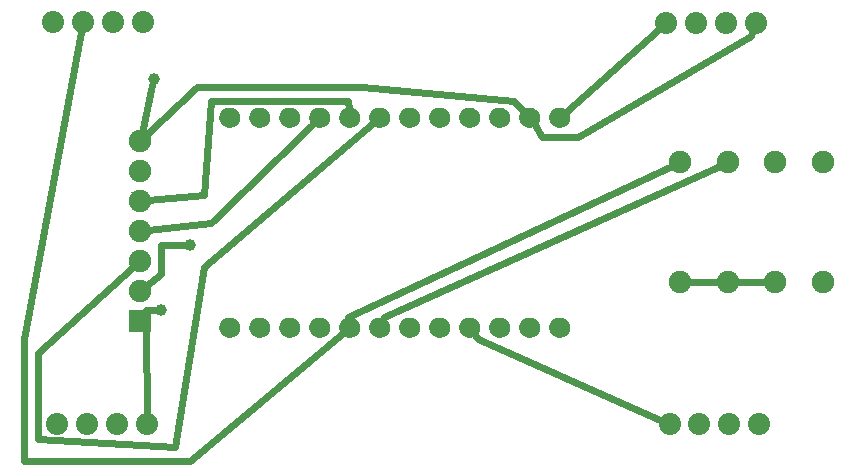
<source format=gbl>
G04 MADE WITH FRITZING*
G04 WWW.FRITZING.ORG*
G04 DOUBLE SIDED*
G04 HOLES PLATED*
G04 CONTOUR ON CENTER OF CONTOUR VECTOR*
%ASAXBY*%
%FSLAX23Y23*%
%MOIN*%
%OFA0B0*%
%SFA1.0B1.0*%
%ADD10C,0.075000*%
%ADD11C,0.039370*%
%ADD12C,0.068000*%
%ADD13C,0.073889*%
%ADD14R,0.000150X0.000150*%
%ADD15R,0.075000X0.075000*%
%ADD16C,0.024000*%
%ADD17R,0.001000X0.001000*%
%LNCOPPER0*%
G90*
G70*
G54D10*
X638Y931D03*
X638Y1031D03*
X638Y1131D03*
X638Y531D03*
X638Y631D03*
X638Y731D03*
X638Y831D03*
G54D11*
X804Y784D03*
X708Y568D03*
X684Y1336D03*
G54D10*
X2917Y1061D03*
X2917Y661D03*
X2756Y1061D03*
X2756Y661D03*
X2598Y1061D03*
X2598Y661D03*
X2438Y1061D03*
X2438Y661D03*
G54D12*
X1138Y509D03*
X1238Y509D03*
X1038Y509D03*
X938Y509D03*
X1338Y509D03*
X1438Y509D03*
X1538Y509D03*
X1638Y509D03*
X1738Y509D03*
X1838Y509D03*
X1938Y509D03*
X2038Y509D03*
X1238Y1209D03*
X1138Y1209D03*
X1038Y1209D03*
X938Y1209D03*
X1338Y1209D03*
X1438Y1209D03*
X1538Y1209D03*
X1638Y1209D03*
X1838Y1209D03*
X1738Y1209D03*
X1938Y1209D03*
X2038Y1209D03*
G54D13*
X650Y1526D03*
X550Y1526D03*
X450Y1526D03*
X350Y1526D03*
X363Y186D03*
X463Y186D03*
X563Y186D03*
X663Y186D03*
X2691Y1525D03*
X2591Y1525D03*
X2491Y1525D03*
X2391Y1525D03*
X2404Y187D03*
X2503Y187D03*
X2603Y187D03*
X2703Y187D03*
G54D14*
X611Y956D03*
G54D15*
X638Y531D03*
G54D14*
X639Y531D03*
G54D16*
X1217Y1188D02*
X876Y856D01*
X876Y856D02*
X666Y834D01*
D02*
X1335Y1237D02*
X1332Y1264D01*
X1332Y1264D02*
X876Y1264D01*
D02*
X876Y1264D02*
X852Y952D01*
X852Y952D02*
X666Y934D01*
D02*
X785Y784D02*
X708Y784D01*
X708Y784D02*
X708Y688D01*
X708Y688D02*
X660Y649D01*
D02*
X2627Y661D02*
X2727Y661D01*
D02*
X2467Y661D02*
X2570Y661D01*
D02*
X2366Y1502D02*
X2060Y1228D01*
D02*
X653Y556D02*
X660Y568D01*
X660Y568D02*
X689Y568D01*
D02*
X663Y220D02*
X660Y496D01*
X660Y496D02*
X653Y507D01*
D02*
X1416Y1190D02*
X852Y712D01*
X852Y712D02*
X756Y112D01*
X756Y112D02*
X300Y136D01*
X300Y136D02*
X300Y424D01*
X300Y424D02*
X617Y712D01*
D02*
X2572Y1049D02*
X1452Y544D01*
X1452Y544D02*
X1449Y536D01*
D02*
X1333Y537D02*
X1332Y544D01*
X1332Y544D02*
X2412Y1049D01*
D02*
X443Y1493D02*
X252Y472D01*
X252Y472D02*
X252Y64D01*
X252Y64D02*
X804Y64D01*
X804Y64D02*
X1316Y490D01*
D02*
X680Y1318D02*
X644Y1159D01*
D02*
X1918Y1229D02*
X1884Y1264D01*
X1884Y1264D02*
X1380Y1312D01*
X1380Y1312D02*
X828Y1312D01*
D02*
X828Y1312D02*
X659Y1151D01*
D02*
X2372Y201D02*
X1764Y472D01*
X1764Y472D02*
X1755Y485D01*
D02*
X2680Y1493D02*
X2676Y1480D01*
X2676Y1480D02*
X2100Y1144D01*
X2100Y1144D02*
X1980Y1144D01*
X1980Y1144D02*
X1954Y1184D01*
G54D17*
X931Y1242D02*
X944Y1242D01*
X1031Y1242D02*
X1043Y1242D01*
X1131Y1242D02*
X1143Y1242D01*
X1231Y1242D02*
X1243Y1242D01*
X1331Y1242D02*
X1343Y1242D01*
X1431Y1242D02*
X1443Y1242D01*
X1530Y1242D02*
X1543Y1242D01*
X1630Y1242D02*
X1643Y1242D01*
X1730Y1242D02*
X1743Y1242D01*
X1830Y1242D02*
X1843Y1242D01*
X1930Y1242D02*
X1943Y1242D01*
X2030Y1242D02*
X2043Y1242D01*
X927Y1241D02*
X947Y1241D01*
X1027Y1241D02*
X1047Y1241D01*
X1127Y1241D02*
X1147Y1241D01*
X1227Y1241D02*
X1247Y1241D01*
X1327Y1241D02*
X1347Y1241D01*
X1427Y1241D02*
X1447Y1241D01*
X1527Y1241D02*
X1547Y1241D01*
X1627Y1241D02*
X1647Y1241D01*
X1727Y1241D02*
X1747Y1241D01*
X1827Y1241D02*
X1847Y1241D01*
X1927Y1241D02*
X1947Y1241D01*
X2027Y1241D02*
X2047Y1241D01*
X924Y1240D02*
X950Y1240D01*
X1024Y1240D02*
X1050Y1240D01*
X1124Y1240D02*
X1150Y1240D01*
X1224Y1240D02*
X1250Y1240D01*
X1324Y1240D02*
X1349Y1240D01*
X1424Y1240D02*
X1449Y1240D01*
X1524Y1240D02*
X1549Y1240D01*
X1624Y1240D02*
X1649Y1240D01*
X1724Y1240D02*
X1749Y1240D01*
X1824Y1240D02*
X1849Y1240D01*
X1924Y1240D02*
X1949Y1240D01*
X2024Y1240D02*
X2049Y1240D01*
X922Y1239D02*
X952Y1239D01*
X1022Y1239D02*
X1052Y1239D01*
X1122Y1239D02*
X1152Y1239D01*
X1222Y1239D02*
X1252Y1239D01*
X1322Y1239D02*
X1352Y1239D01*
X1422Y1239D02*
X1452Y1239D01*
X1522Y1239D02*
X1552Y1239D01*
X1622Y1239D02*
X1652Y1239D01*
X1722Y1239D02*
X1752Y1239D01*
X1822Y1239D02*
X1851Y1239D01*
X1922Y1239D02*
X1951Y1239D01*
X2022Y1239D02*
X2051Y1239D01*
X920Y1238D02*
X954Y1238D01*
X1020Y1238D02*
X1054Y1238D01*
X1120Y1238D02*
X1154Y1238D01*
X1220Y1238D02*
X1254Y1238D01*
X1320Y1238D02*
X1353Y1238D01*
X1420Y1238D02*
X1453Y1238D01*
X1520Y1238D02*
X1553Y1238D01*
X1620Y1238D02*
X1653Y1238D01*
X1720Y1238D02*
X1753Y1238D01*
X1820Y1238D02*
X1853Y1238D01*
X1920Y1238D02*
X1953Y1238D01*
X2020Y1238D02*
X2053Y1238D01*
X919Y1237D02*
X955Y1237D01*
X1019Y1237D02*
X1055Y1237D01*
X1119Y1237D02*
X1155Y1237D01*
X1219Y1237D02*
X1255Y1237D01*
X1319Y1237D02*
X1355Y1237D01*
X1419Y1237D02*
X1455Y1237D01*
X1519Y1237D02*
X1555Y1237D01*
X1619Y1237D02*
X1655Y1237D01*
X1719Y1237D02*
X1755Y1237D01*
X1819Y1237D02*
X1855Y1237D01*
X1918Y1237D02*
X1955Y1237D01*
X2018Y1237D02*
X2055Y1237D01*
X917Y1236D02*
X957Y1236D01*
X1017Y1236D02*
X1057Y1236D01*
X1117Y1236D02*
X1157Y1236D01*
X1217Y1236D02*
X1257Y1236D01*
X1317Y1236D02*
X1357Y1236D01*
X1417Y1236D02*
X1457Y1236D01*
X1517Y1236D02*
X1557Y1236D01*
X1617Y1236D02*
X1657Y1236D01*
X1717Y1236D02*
X1756Y1236D01*
X1817Y1236D02*
X1856Y1236D01*
X1917Y1236D02*
X1956Y1236D01*
X2017Y1236D02*
X2056Y1236D01*
X916Y1235D02*
X958Y1235D01*
X1016Y1235D02*
X1058Y1235D01*
X1116Y1235D02*
X1158Y1235D01*
X1216Y1235D02*
X1258Y1235D01*
X1316Y1235D02*
X1358Y1235D01*
X1416Y1235D02*
X1458Y1235D01*
X1516Y1235D02*
X1558Y1235D01*
X1616Y1235D02*
X1658Y1235D01*
X1716Y1235D02*
X1758Y1235D01*
X1816Y1235D02*
X1858Y1235D01*
X1916Y1235D02*
X1958Y1235D01*
X2016Y1235D02*
X2058Y1235D01*
X915Y1234D02*
X959Y1234D01*
X1015Y1234D02*
X1059Y1234D01*
X1115Y1234D02*
X1159Y1234D01*
X1215Y1234D02*
X1259Y1234D01*
X1315Y1234D02*
X1359Y1234D01*
X1415Y1234D02*
X1459Y1234D01*
X1515Y1234D02*
X1559Y1234D01*
X1615Y1234D02*
X1659Y1234D01*
X1715Y1234D02*
X1759Y1234D01*
X1815Y1234D02*
X1859Y1234D01*
X1915Y1234D02*
X1959Y1234D01*
X2015Y1234D02*
X2059Y1234D01*
X914Y1233D02*
X960Y1233D01*
X1014Y1233D02*
X1060Y1233D01*
X1114Y1233D02*
X1160Y1233D01*
X1214Y1233D02*
X1260Y1233D01*
X1314Y1233D02*
X1360Y1233D01*
X1414Y1233D02*
X1460Y1233D01*
X1514Y1233D02*
X1560Y1233D01*
X1614Y1233D02*
X1660Y1233D01*
X1714Y1233D02*
X1760Y1233D01*
X1813Y1233D02*
X1860Y1233D01*
X1913Y1233D02*
X1960Y1233D01*
X2013Y1233D02*
X2060Y1233D01*
X913Y1232D02*
X961Y1232D01*
X1013Y1232D02*
X1061Y1232D01*
X1113Y1232D02*
X1161Y1232D01*
X1213Y1232D02*
X1261Y1232D01*
X1313Y1232D02*
X1361Y1232D01*
X1413Y1232D02*
X1461Y1232D01*
X1513Y1232D02*
X1561Y1232D01*
X1613Y1232D02*
X1661Y1232D01*
X1713Y1232D02*
X1761Y1232D01*
X1813Y1232D02*
X1861Y1232D01*
X1913Y1232D02*
X1961Y1232D01*
X2013Y1232D02*
X2061Y1232D01*
X912Y1231D02*
X962Y1231D01*
X1012Y1231D02*
X1062Y1231D01*
X1112Y1231D02*
X1162Y1231D01*
X1212Y1231D02*
X1262Y1231D01*
X1312Y1231D02*
X1362Y1231D01*
X1412Y1231D02*
X1462Y1231D01*
X1512Y1231D02*
X1562Y1231D01*
X1612Y1231D02*
X1662Y1231D01*
X1712Y1231D02*
X1762Y1231D01*
X1812Y1231D02*
X1862Y1231D01*
X1912Y1231D02*
X1962Y1231D01*
X2012Y1231D02*
X2062Y1231D01*
X911Y1230D02*
X963Y1230D01*
X1011Y1230D02*
X1063Y1230D01*
X1111Y1230D02*
X1163Y1230D01*
X1211Y1230D02*
X1263Y1230D01*
X1311Y1230D02*
X1363Y1230D01*
X1411Y1230D02*
X1463Y1230D01*
X1511Y1230D02*
X1563Y1230D01*
X1611Y1230D02*
X1663Y1230D01*
X1711Y1230D02*
X1763Y1230D01*
X1811Y1230D02*
X1863Y1230D01*
X1911Y1230D02*
X1963Y1230D01*
X2011Y1230D02*
X2063Y1230D01*
X910Y1229D02*
X964Y1229D01*
X1010Y1229D02*
X1064Y1229D01*
X1110Y1229D02*
X1164Y1229D01*
X1210Y1229D02*
X1264Y1229D01*
X1310Y1229D02*
X1364Y1229D01*
X1410Y1229D02*
X1464Y1229D01*
X1510Y1229D02*
X1564Y1229D01*
X1610Y1229D02*
X1664Y1229D01*
X1710Y1229D02*
X1764Y1229D01*
X1810Y1229D02*
X1864Y1229D01*
X1910Y1229D02*
X1963Y1229D01*
X2010Y1229D02*
X2063Y1229D01*
X910Y1228D02*
X964Y1228D01*
X1010Y1228D02*
X1064Y1228D01*
X1110Y1228D02*
X1164Y1228D01*
X1210Y1228D02*
X1264Y1228D01*
X1310Y1228D02*
X1364Y1228D01*
X1410Y1228D02*
X1464Y1228D01*
X1510Y1228D02*
X1564Y1228D01*
X1610Y1228D02*
X1664Y1228D01*
X1709Y1228D02*
X1764Y1228D01*
X1809Y1228D02*
X1864Y1228D01*
X1909Y1228D02*
X1964Y1228D01*
X2009Y1228D02*
X2064Y1228D01*
X909Y1227D02*
X965Y1227D01*
X1009Y1227D02*
X1065Y1227D01*
X1109Y1227D02*
X1165Y1227D01*
X1209Y1227D02*
X1265Y1227D01*
X1309Y1227D02*
X1365Y1227D01*
X1409Y1227D02*
X1465Y1227D01*
X1509Y1227D02*
X1565Y1227D01*
X1609Y1227D02*
X1665Y1227D01*
X1709Y1227D02*
X1765Y1227D01*
X1809Y1227D02*
X1865Y1227D01*
X1909Y1227D02*
X1965Y1227D01*
X2009Y1227D02*
X2065Y1227D01*
X909Y1226D02*
X931Y1226D01*
X943Y1226D02*
X966Y1226D01*
X1008Y1226D02*
X1031Y1226D01*
X1043Y1226D02*
X1066Y1226D01*
X1108Y1226D02*
X1131Y1226D01*
X1143Y1226D02*
X1166Y1226D01*
X1208Y1226D02*
X1231Y1226D01*
X1243Y1226D02*
X1266Y1226D01*
X1308Y1226D02*
X1331Y1226D01*
X1343Y1226D02*
X1366Y1226D01*
X1408Y1226D02*
X1431Y1226D01*
X1443Y1226D02*
X1466Y1226D01*
X1508Y1226D02*
X1531Y1226D01*
X1543Y1226D02*
X1566Y1226D01*
X1608Y1226D02*
X1631Y1226D01*
X1643Y1226D02*
X1666Y1226D01*
X1708Y1226D02*
X1731Y1226D01*
X1743Y1226D02*
X1765Y1226D01*
X1808Y1226D02*
X1831Y1226D01*
X1843Y1226D02*
X1865Y1226D01*
X1908Y1226D02*
X1931Y1226D01*
X1943Y1226D02*
X1965Y1226D01*
X2008Y1226D02*
X2031Y1226D01*
X2043Y1226D02*
X2065Y1226D01*
X908Y1225D02*
X929Y1225D01*
X945Y1225D02*
X966Y1225D01*
X1008Y1225D02*
X1029Y1225D01*
X1045Y1225D02*
X1066Y1225D01*
X1108Y1225D02*
X1128Y1225D01*
X1145Y1225D02*
X1166Y1225D01*
X1208Y1225D02*
X1228Y1225D01*
X1245Y1225D02*
X1266Y1225D01*
X1308Y1225D02*
X1328Y1225D01*
X1345Y1225D02*
X1366Y1225D01*
X1408Y1225D02*
X1428Y1225D01*
X1445Y1225D02*
X1466Y1225D01*
X1508Y1225D02*
X1528Y1225D01*
X1545Y1225D02*
X1566Y1225D01*
X1608Y1225D02*
X1628Y1225D01*
X1645Y1225D02*
X1666Y1225D01*
X1708Y1225D02*
X1728Y1225D01*
X1745Y1225D02*
X1766Y1225D01*
X1808Y1225D02*
X1828Y1225D01*
X1845Y1225D02*
X1866Y1225D01*
X1908Y1225D02*
X1928Y1225D01*
X1945Y1225D02*
X1966Y1225D01*
X2008Y1225D02*
X2028Y1225D01*
X2045Y1225D02*
X2066Y1225D01*
X907Y1224D02*
X927Y1224D01*
X947Y1224D02*
X967Y1224D01*
X1007Y1224D02*
X1027Y1224D01*
X1047Y1224D02*
X1067Y1224D01*
X1107Y1224D02*
X1127Y1224D01*
X1147Y1224D02*
X1167Y1224D01*
X1207Y1224D02*
X1227Y1224D01*
X1247Y1224D02*
X1267Y1224D01*
X1307Y1224D02*
X1327Y1224D01*
X1347Y1224D02*
X1367Y1224D01*
X1407Y1224D02*
X1427Y1224D01*
X1447Y1224D02*
X1467Y1224D01*
X1507Y1224D02*
X1527Y1224D01*
X1547Y1224D02*
X1567Y1224D01*
X1607Y1224D02*
X1627Y1224D01*
X1647Y1224D02*
X1667Y1224D01*
X1707Y1224D02*
X1727Y1224D01*
X1747Y1224D02*
X1767Y1224D01*
X1807Y1224D02*
X1827Y1224D01*
X1847Y1224D02*
X1867Y1224D01*
X1907Y1224D02*
X1927Y1224D01*
X1947Y1224D02*
X1967Y1224D01*
X2007Y1224D02*
X2026Y1224D01*
X2047Y1224D02*
X2067Y1224D01*
X907Y1223D02*
X926Y1223D01*
X948Y1223D02*
X967Y1223D01*
X1007Y1223D02*
X1026Y1223D01*
X1048Y1223D02*
X1067Y1223D01*
X1107Y1223D02*
X1126Y1223D01*
X1148Y1223D02*
X1167Y1223D01*
X1207Y1223D02*
X1225Y1223D01*
X1248Y1223D02*
X1267Y1223D01*
X1307Y1223D02*
X1325Y1223D01*
X1348Y1223D02*
X1367Y1223D01*
X1407Y1223D02*
X1425Y1223D01*
X1448Y1223D02*
X1467Y1223D01*
X1507Y1223D02*
X1525Y1223D01*
X1548Y1223D02*
X1567Y1223D01*
X1607Y1223D02*
X1625Y1223D01*
X1648Y1223D02*
X1667Y1223D01*
X1707Y1223D02*
X1725Y1223D01*
X1748Y1223D02*
X1767Y1223D01*
X1807Y1223D02*
X1825Y1223D01*
X1848Y1223D02*
X1867Y1223D01*
X1907Y1223D02*
X1925Y1223D01*
X1948Y1223D02*
X1967Y1223D01*
X2007Y1223D02*
X2025Y1223D01*
X2048Y1223D02*
X2067Y1223D01*
X907Y1222D02*
X924Y1222D01*
X950Y1222D02*
X968Y1222D01*
X1007Y1222D02*
X1024Y1222D01*
X1050Y1222D02*
X1068Y1222D01*
X1106Y1222D02*
X1124Y1222D01*
X1150Y1222D02*
X1168Y1222D01*
X1206Y1222D02*
X1224Y1222D01*
X1250Y1222D02*
X1268Y1222D01*
X1306Y1222D02*
X1324Y1222D01*
X1350Y1222D02*
X1368Y1222D01*
X1406Y1222D02*
X1424Y1222D01*
X1449Y1222D02*
X1468Y1222D01*
X1506Y1222D02*
X1524Y1222D01*
X1549Y1222D02*
X1568Y1222D01*
X1606Y1222D02*
X1624Y1222D01*
X1649Y1222D02*
X1668Y1222D01*
X1706Y1222D02*
X1724Y1222D01*
X1749Y1222D02*
X1768Y1222D01*
X1806Y1222D02*
X1824Y1222D01*
X1849Y1222D02*
X1868Y1222D01*
X1906Y1222D02*
X1924Y1222D01*
X1949Y1222D02*
X1967Y1222D01*
X2006Y1222D02*
X2024Y1222D01*
X2049Y1222D02*
X2067Y1222D01*
X906Y1221D02*
X923Y1221D01*
X951Y1221D02*
X968Y1221D01*
X1006Y1221D02*
X1023Y1221D01*
X1051Y1221D02*
X1068Y1221D01*
X1106Y1221D02*
X1123Y1221D01*
X1151Y1221D02*
X1168Y1221D01*
X1206Y1221D02*
X1223Y1221D01*
X1251Y1221D02*
X1268Y1221D01*
X1306Y1221D02*
X1323Y1221D01*
X1351Y1221D02*
X1368Y1221D01*
X1406Y1221D02*
X1423Y1221D01*
X1451Y1221D02*
X1468Y1221D01*
X1506Y1221D02*
X1523Y1221D01*
X1551Y1221D02*
X1568Y1221D01*
X1606Y1221D02*
X1623Y1221D01*
X1650Y1221D02*
X1668Y1221D01*
X1706Y1221D02*
X1723Y1221D01*
X1750Y1221D02*
X1768Y1221D01*
X1806Y1221D02*
X1823Y1221D01*
X1850Y1221D02*
X1868Y1221D01*
X1906Y1221D02*
X1923Y1221D01*
X1950Y1221D02*
X1968Y1221D01*
X2006Y1221D02*
X2023Y1221D01*
X2050Y1221D02*
X2068Y1221D01*
X906Y1220D02*
X923Y1220D01*
X952Y1220D02*
X969Y1220D01*
X1006Y1220D02*
X1023Y1220D01*
X1052Y1220D02*
X1069Y1220D01*
X1106Y1220D02*
X1123Y1220D01*
X1151Y1220D02*
X1169Y1220D01*
X1206Y1220D02*
X1223Y1220D01*
X1251Y1220D02*
X1268Y1220D01*
X1306Y1220D02*
X1322Y1220D01*
X1351Y1220D02*
X1368Y1220D01*
X1406Y1220D02*
X1422Y1220D01*
X1451Y1220D02*
X1468Y1220D01*
X1506Y1220D02*
X1522Y1220D01*
X1551Y1220D02*
X1568Y1220D01*
X1606Y1220D02*
X1622Y1220D01*
X1651Y1220D02*
X1668Y1220D01*
X1706Y1220D02*
X1722Y1220D01*
X1751Y1220D02*
X1768Y1220D01*
X1806Y1220D02*
X1822Y1220D01*
X1851Y1220D02*
X1868Y1220D01*
X1906Y1220D02*
X1922Y1220D01*
X1951Y1220D02*
X1968Y1220D01*
X2005Y1220D02*
X2022Y1220D01*
X2051Y1220D02*
X2068Y1220D01*
X905Y1219D02*
X922Y1219D01*
X952Y1219D02*
X969Y1219D01*
X1005Y1219D02*
X1022Y1219D01*
X1052Y1219D02*
X1069Y1219D01*
X1105Y1219D02*
X1122Y1219D01*
X1152Y1219D02*
X1169Y1219D01*
X1205Y1219D02*
X1222Y1219D01*
X1252Y1219D02*
X1269Y1219D01*
X1305Y1219D02*
X1322Y1219D01*
X1352Y1219D02*
X1369Y1219D01*
X1405Y1219D02*
X1422Y1219D01*
X1452Y1219D02*
X1469Y1219D01*
X1505Y1219D02*
X1522Y1219D01*
X1552Y1219D02*
X1569Y1219D01*
X1605Y1219D02*
X1622Y1219D01*
X1652Y1219D02*
X1669Y1219D01*
X1705Y1219D02*
X1722Y1219D01*
X1752Y1219D02*
X1769Y1219D01*
X1805Y1219D02*
X1822Y1219D01*
X1852Y1219D02*
X1869Y1219D01*
X1905Y1219D02*
X1921Y1219D01*
X1952Y1219D02*
X1969Y1219D01*
X2005Y1219D02*
X2021Y1219D01*
X2052Y1219D02*
X2069Y1219D01*
X905Y1218D02*
X921Y1218D01*
X953Y1218D02*
X969Y1218D01*
X1005Y1218D02*
X1021Y1218D01*
X1053Y1218D02*
X1069Y1218D01*
X1105Y1218D02*
X1121Y1218D01*
X1153Y1218D02*
X1169Y1218D01*
X1205Y1218D02*
X1221Y1218D01*
X1253Y1218D02*
X1269Y1218D01*
X1305Y1218D02*
X1321Y1218D01*
X1353Y1218D02*
X1369Y1218D01*
X1405Y1218D02*
X1421Y1218D01*
X1453Y1218D02*
X1469Y1218D01*
X1505Y1218D02*
X1521Y1218D01*
X1553Y1218D02*
X1569Y1218D01*
X1605Y1218D02*
X1621Y1218D01*
X1653Y1218D02*
X1669Y1218D01*
X1705Y1218D02*
X1721Y1218D01*
X1753Y1218D02*
X1769Y1218D01*
X1805Y1218D02*
X1821Y1218D01*
X1853Y1218D02*
X1869Y1218D01*
X1905Y1218D02*
X1921Y1218D01*
X1953Y1218D02*
X1969Y1218D01*
X2005Y1218D02*
X2021Y1218D01*
X2053Y1218D02*
X2069Y1218D01*
X905Y1217D02*
X921Y1217D01*
X954Y1217D02*
X970Y1217D01*
X1005Y1217D02*
X1021Y1217D01*
X1054Y1217D02*
X1069Y1217D01*
X1105Y1217D02*
X1121Y1217D01*
X1154Y1217D02*
X1169Y1217D01*
X1205Y1217D02*
X1221Y1217D01*
X1254Y1217D02*
X1269Y1217D01*
X1305Y1217D02*
X1320Y1217D01*
X1354Y1217D02*
X1369Y1217D01*
X1405Y1217D02*
X1420Y1217D01*
X1454Y1217D02*
X1469Y1217D01*
X1505Y1217D02*
X1520Y1217D01*
X1554Y1217D02*
X1569Y1217D01*
X1605Y1217D02*
X1620Y1217D01*
X1653Y1217D02*
X1669Y1217D01*
X1705Y1217D02*
X1720Y1217D01*
X1753Y1217D02*
X1769Y1217D01*
X1805Y1217D02*
X1820Y1217D01*
X1853Y1217D02*
X1869Y1217D01*
X1905Y1217D02*
X1920Y1217D01*
X1953Y1217D02*
X1969Y1217D01*
X2005Y1217D02*
X2020Y1217D01*
X2053Y1217D02*
X2069Y1217D01*
X905Y1216D02*
X920Y1216D01*
X954Y1216D02*
X970Y1216D01*
X1005Y1216D02*
X1020Y1216D01*
X1054Y1216D02*
X1070Y1216D01*
X1105Y1216D02*
X1120Y1216D01*
X1154Y1216D02*
X1170Y1216D01*
X1205Y1216D02*
X1220Y1216D01*
X1254Y1216D02*
X1270Y1216D01*
X1305Y1216D02*
X1320Y1216D01*
X1354Y1216D02*
X1370Y1216D01*
X1404Y1216D02*
X1420Y1216D01*
X1454Y1216D02*
X1470Y1216D01*
X1504Y1216D02*
X1520Y1216D01*
X1554Y1216D02*
X1570Y1216D01*
X1604Y1216D02*
X1620Y1216D01*
X1654Y1216D02*
X1670Y1216D01*
X1704Y1216D02*
X1720Y1216D01*
X1754Y1216D02*
X1770Y1216D01*
X1804Y1216D02*
X1820Y1216D01*
X1854Y1216D02*
X1870Y1216D01*
X1904Y1216D02*
X1920Y1216D01*
X1954Y1216D02*
X1970Y1216D01*
X2004Y1216D02*
X2020Y1216D01*
X2054Y1216D02*
X2069Y1216D01*
X904Y1215D02*
X920Y1215D01*
X955Y1215D02*
X970Y1215D01*
X1004Y1215D02*
X1020Y1215D01*
X1055Y1215D02*
X1070Y1215D01*
X1104Y1215D02*
X1120Y1215D01*
X1155Y1215D02*
X1170Y1215D01*
X1204Y1215D02*
X1220Y1215D01*
X1255Y1215D02*
X1270Y1215D01*
X1304Y1215D02*
X1320Y1215D01*
X1355Y1215D02*
X1370Y1215D01*
X1404Y1215D02*
X1420Y1215D01*
X1454Y1215D02*
X1470Y1215D01*
X1504Y1215D02*
X1520Y1215D01*
X1554Y1215D02*
X1570Y1215D01*
X1604Y1215D02*
X1620Y1215D01*
X1654Y1215D02*
X1670Y1215D01*
X1704Y1215D02*
X1719Y1215D01*
X1754Y1215D02*
X1770Y1215D01*
X1804Y1215D02*
X1819Y1215D01*
X1854Y1215D02*
X1870Y1215D01*
X1904Y1215D02*
X1919Y1215D01*
X1954Y1215D02*
X1970Y1215D01*
X2004Y1215D02*
X2019Y1215D01*
X2054Y1215D02*
X2070Y1215D01*
X904Y1214D02*
X919Y1214D01*
X955Y1214D02*
X970Y1214D01*
X1004Y1214D02*
X1019Y1214D01*
X1055Y1214D02*
X1070Y1214D01*
X1104Y1214D02*
X1119Y1214D01*
X1155Y1214D02*
X1170Y1214D01*
X1204Y1214D02*
X1219Y1214D01*
X1255Y1214D02*
X1270Y1214D01*
X1304Y1214D02*
X1319Y1214D01*
X1355Y1214D02*
X1370Y1214D01*
X1404Y1214D02*
X1419Y1214D01*
X1455Y1214D02*
X1470Y1214D01*
X1504Y1214D02*
X1519Y1214D01*
X1555Y1214D02*
X1570Y1214D01*
X1604Y1214D02*
X1619Y1214D01*
X1655Y1214D02*
X1670Y1214D01*
X1704Y1214D02*
X1719Y1214D01*
X1755Y1214D02*
X1770Y1214D01*
X1804Y1214D02*
X1819Y1214D01*
X1855Y1214D02*
X1870Y1214D01*
X1904Y1214D02*
X1919Y1214D01*
X1955Y1214D02*
X1970Y1214D01*
X2004Y1214D02*
X2019Y1214D01*
X2055Y1214D02*
X2070Y1214D01*
X904Y1213D02*
X919Y1213D01*
X955Y1213D02*
X970Y1213D01*
X1004Y1213D02*
X1019Y1213D01*
X1055Y1213D02*
X1070Y1213D01*
X1104Y1213D02*
X1119Y1213D01*
X1155Y1213D02*
X1170Y1213D01*
X1204Y1213D02*
X1219Y1213D01*
X1255Y1213D02*
X1270Y1213D01*
X1304Y1213D02*
X1319Y1213D01*
X1355Y1213D02*
X1370Y1213D01*
X1404Y1213D02*
X1419Y1213D01*
X1455Y1213D02*
X1470Y1213D01*
X1504Y1213D02*
X1519Y1213D01*
X1555Y1213D02*
X1570Y1213D01*
X1604Y1213D02*
X1619Y1213D01*
X1655Y1213D02*
X1670Y1213D01*
X1704Y1213D02*
X1719Y1213D01*
X1755Y1213D02*
X1770Y1213D01*
X1804Y1213D02*
X1819Y1213D01*
X1855Y1213D02*
X1870Y1213D01*
X1904Y1213D02*
X1919Y1213D01*
X1955Y1213D02*
X1970Y1213D01*
X2004Y1213D02*
X2019Y1213D01*
X2055Y1213D02*
X2070Y1213D01*
X904Y1212D02*
X919Y1212D01*
X955Y1212D02*
X971Y1212D01*
X1004Y1212D02*
X1019Y1212D01*
X1055Y1212D02*
X1071Y1212D01*
X1104Y1212D02*
X1119Y1212D01*
X1155Y1212D02*
X1170Y1212D01*
X1204Y1212D02*
X1219Y1212D01*
X1255Y1212D02*
X1270Y1212D01*
X1304Y1212D02*
X1319Y1212D01*
X1355Y1212D02*
X1370Y1212D01*
X1404Y1212D02*
X1419Y1212D01*
X1455Y1212D02*
X1470Y1212D01*
X1504Y1212D02*
X1519Y1212D01*
X1555Y1212D02*
X1570Y1212D01*
X1604Y1212D02*
X1619Y1212D01*
X1655Y1212D02*
X1670Y1212D01*
X1704Y1212D02*
X1719Y1212D01*
X1755Y1212D02*
X1770Y1212D01*
X1804Y1212D02*
X1819Y1212D01*
X1855Y1212D02*
X1870Y1212D01*
X1904Y1212D02*
X1919Y1212D01*
X1955Y1212D02*
X1970Y1212D01*
X2004Y1212D02*
X2019Y1212D01*
X2055Y1212D02*
X2070Y1212D01*
X904Y1211D02*
X919Y1211D01*
X956Y1211D02*
X971Y1211D01*
X1004Y1211D02*
X1019Y1211D01*
X1056Y1211D02*
X1071Y1211D01*
X1104Y1211D02*
X1119Y1211D01*
X1155Y1211D02*
X1171Y1211D01*
X1204Y1211D02*
X1219Y1211D01*
X1255Y1211D02*
X1271Y1211D01*
X1304Y1211D02*
X1319Y1211D01*
X1355Y1211D02*
X1370Y1211D01*
X1404Y1211D02*
X1419Y1211D01*
X1455Y1211D02*
X1470Y1211D01*
X1504Y1211D02*
X1519Y1211D01*
X1555Y1211D02*
X1570Y1211D01*
X1604Y1211D02*
X1619Y1211D01*
X1655Y1211D02*
X1670Y1211D01*
X1704Y1211D02*
X1719Y1211D01*
X1755Y1211D02*
X1770Y1211D01*
X1804Y1211D02*
X1819Y1211D01*
X1855Y1211D02*
X1870Y1211D01*
X1904Y1211D02*
X1919Y1211D01*
X1955Y1211D02*
X1970Y1211D01*
X2004Y1211D02*
X2019Y1211D01*
X2055Y1211D02*
X2070Y1211D01*
X904Y1210D02*
X919Y1210D01*
X956Y1210D02*
X971Y1210D01*
X1004Y1210D02*
X1019Y1210D01*
X1056Y1210D02*
X1071Y1210D01*
X1104Y1210D02*
X1119Y1210D01*
X1156Y1210D02*
X1171Y1210D01*
X1204Y1210D02*
X1219Y1210D01*
X1256Y1210D02*
X1271Y1210D01*
X1304Y1210D02*
X1319Y1210D01*
X1356Y1210D02*
X1371Y1210D01*
X1404Y1210D02*
X1419Y1210D01*
X1455Y1210D02*
X1471Y1210D01*
X1504Y1210D02*
X1519Y1210D01*
X1555Y1210D02*
X1570Y1210D01*
X1604Y1210D02*
X1619Y1210D01*
X1655Y1210D02*
X1670Y1210D01*
X1704Y1210D02*
X1719Y1210D01*
X1755Y1210D02*
X1770Y1210D01*
X1804Y1210D02*
X1819Y1210D01*
X1855Y1210D02*
X1870Y1210D01*
X1904Y1210D02*
X1919Y1210D01*
X1955Y1210D02*
X1970Y1210D01*
X2003Y1210D02*
X2019Y1210D01*
X2055Y1210D02*
X2070Y1210D01*
X904Y1209D02*
X919Y1209D01*
X956Y1209D02*
X971Y1209D01*
X1004Y1209D02*
X1019Y1209D01*
X1056Y1209D02*
X1071Y1209D01*
X1104Y1209D02*
X1119Y1209D01*
X1156Y1209D02*
X1171Y1209D01*
X1204Y1209D02*
X1219Y1209D01*
X1256Y1209D02*
X1271Y1209D01*
X1304Y1209D02*
X1319Y1209D01*
X1356Y1209D02*
X1371Y1209D01*
X1404Y1209D02*
X1419Y1209D01*
X1456Y1209D02*
X1471Y1209D01*
X1504Y1209D02*
X1519Y1209D01*
X1556Y1209D02*
X1571Y1209D01*
X1604Y1209D02*
X1619Y1209D01*
X1656Y1209D02*
X1671Y1209D01*
X1704Y1209D02*
X1719Y1209D01*
X1755Y1209D02*
X1770Y1209D01*
X1803Y1209D02*
X1819Y1209D01*
X1855Y1209D02*
X1870Y1209D01*
X1903Y1209D02*
X1918Y1209D01*
X1955Y1209D02*
X1970Y1209D01*
X2003Y1209D02*
X2018Y1209D01*
X2055Y1209D02*
X2070Y1209D01*
X904Y1208D02*
X919Y1208D01*
X956Y1208D02*
X971Y1208D01*
X1004Y1208D02*
X1019Y1208D01*
X1056Y1208D02*
X1071Y1208D01*
X1104Y1208D02*
X1119Y1208D01*
X1156Y1208D02*
X1171Y1208D01*
X1204Y1208D02*
X1219Y1208D01*
X1256Y1208D02*
X1271Y1208D01*
X1304Y1208D02*
X1319Y1208D01*
X1356Y1208D02*
X1371Y1208D01*
X1404Y1208D02*
X1419Y1208D01*
X1456Y1208D02*
X1471Y1208D01*
X1504Y1208D02*
X1519Y1208D01*
X1555Y1208D02*
X1571Y1208D01*
X1604Y1208D02*
X1619Y1208D01*
X1655Y1208D02*
X1670Y1208D01*
X1704Y1208D02*
X1719Y1208D01*
X1755Y1208D02*
X1770Y1208D01*
X1804Y1208D02*
X1819Y1208D01*
X1855Y1208D02*
X1870Y1208D01*
X1903Y1208D02*
X1919Y1208D01*
X1955Y1208D02*
X1970Y1208D01*
X2003Y1208D02*
X2018Y1208D01*
X2055Y1208D02*
X2070Y1208D01*
X904Y1207D02*
X919Y1207D01*
X956Y1207D02*
X971Y1207D01*
X1004Y1207D02*
X1019Y1207D01*
X1056Y1207D02*
X1071Y1207D01*
X1104Y1207D02*
X1119Y1207D01*
X1156Y1207D02*
X1171Y1207D01*
X1204Y1207D02*
X1219Y1207D01*
X1255Y1207D02*
X1271Y1207D01*
X1304Y1207D02*
X1319Y1207D01*
X1355Y1207D02*
X1371Y1207D01*
X1404Y1207D02*
X1419Y1207D01*
X1455Y1207D02*
X1470Y1207D01*
X1504Y1207D02*
X1519Y1207D01*
X1555Y1207D02*
X1570Y1207D01*
X1604Y1207D02*
X1619Y1207D01*
X1655Y1207D02*
X1670Y1207D01*
X1704Y1207D02*
X1719Y1207D01*
X1755Y1207D02*
X1770Y1207D01*
X1804Y1207D02*
X1819Y1207D01*
X1855Y1207D02*
X1870Y1207D01*
X1904Y1207D02*
X1919Y1207D01*
X1955Y1207D02*
X1970Y1207D01*
X2004Y1207D02*
X2019Y1207D01*
X2055Y1207D02*
X2070Y1207D01*
X904Y1206D02*
X919Y1206D01*
X955Y1206D02*
X971Y1206D01*
X1004Y1206D02*
X1019Y1206D01*
X1055Y1206D02*
X1071Y1206D01*
X1104Y1206D02*
X1119Y1206D01*
X1155Y1206D02*
X1171Y1206D01*
X1204Y1206D02*
X1219Y1206D01*
X1255Y1206D02*
X1270Y1206D01*
X1304Y1206D02*
X1319Y1206D01*
X1355Y1206D02*
X1370Y1206D01*
X1404Y1206D02*
X1419Y1206D01*
X1455Y1206D02*
X1470Y1206D01*
X1504Y1206D02*
X1519Y1206D01*
X1555Y1206D02*
X1570Y1206D01*
X1604Y1206D02*
X1619Y1206D01*
X1655Y1206D02*
X1670Y1206D01*
X1704Y1206D02*
X1719Y1206D01*
X1755Y1206D02*
X1770Y1206D01*
X1804Y1206D02*
X1819Y1206D01*
X1855Y1206D02*
X1870Y1206D01*
X1904Y1206D02*
X1919Y1206D01*
X1955Y1206D02*
X1970Y1206D01*
X2004Y1206D02*
X2019Y1206D01*
X2055Y1206D02*
X2070Y1206D01*
X904Y1205D02*
X919Y1205D01*
X955Y1205D02*
X970Y1205D01*
X1004Y1205D02*
X1019Y1205D01*
X1055Y1205D02*
X1070Y1205D01*
X1104Y1205D02*
X1119Y1205D01*
X1155Y1205D02*
X1170Y1205D01*
X1204Y1205D02*
X1219Y1205D01*
X1255Y1205D02*
X1270Y1205D01*
X1304Y1205D02*
X1319Y1205D01*
X1355Y1205D02*
X1370Y1205D01*
X1404Y1205D02*
X1419Y1205D01*
X1455Y1205D02*
X1470Y1205D01*
X1504Y1205D02*
X1519Y1205D01*
X1555Y1205D02*
X1570Y1205D01*
X1604Y1205D02*
X1619Y1205D01*
X1655Y1205D02*
X1670Y1205D01*
X1704Y1205D02*
X1719Y1205D01*
X1755Y1205D02*
X1770Y1205D01*
X1804Y1205D02*
X1819Y1205D01*
X1855Y1205D02*
X1870Y1205D01*
X1904Y1205D02*
X1919Y1205D01*
X1955Y1205D02*
X1970Y1205D01*
X2004Y1205D02*
X2019Y1205D01*
X2055Y1205D02*
X2070Y1205D01*
X904Y1204D02*
X919Y1204D01*
X955Y1204D02*
X970Y1204D01*
X1004Y1204D02*
X1019Y1204D01*
X1055Y1204D02*
X1070Y1204D01*
X1104Y1204D02*
X1119Y1204D01*
X1155Y1204D02*
X1170Y1204D01*
X1204Y1204D02*
X1219Y1204D01*
X1255Y1204D02*
X1270Y1204D01*
X1304Y1204D02*
X1319Y1204D01*
X1355Y1204D02*
X1370Y1204D01*
X1404Y1204D02*
X1419Y1204D01*
X1455Y1204D02*
X1470Y1204D01*
X1504Y1204D02*
X1519Y1204D01*
X1555Y1204D02*
X1570Y1204D01*
X1604Y1204D02*
X1619Y1204D01*
X1655Y1204D02*
X1670Y1204D01*
X1704Y1204D02*
X1719Y1204D01*
X1755Y1204D02*
X1770Y1204D01*
X1804Y1204D02*
X1819Y1204D01*
X1855Y1204D02*
X1870Y1204D01*
X1904Y1204D02*
X1919Y1204D01*
X1955Y1204D02*
X1970Y1204D01*
X2004Y1204D02*
X2019Y1204D01*
X2055Y1204D02*
X2070Y1204D01*
X904Y1203D02*
X920Y1203D01*
X955Y1203D02*
X970Y1203D01*
X1004Y1203D02*
X1019Y1203D01*
X1055Y1203D02*
X1070Y1203D01*
X1104Y1203D02*
X1119Y1203D01*
X1155Y1203D02*
X1170Y1203D01*
X1204Y1203D02*
X1219Y1203D01*
X1255Y1203D02*
X1270Y1203D01*
X1304Y1203D02*
X1319Y1203D01*
X1355Y1203D02*
X1370Y1203D01*
X1404Y1203D02*
X1419Y1203D01*
X1455Y1203D02*
X1470Y1203D01*
X1504Y1203D02*
X1519Y1203D01*
X1555Y1203D02*
X1570Y1203D01*
X1604Y1203D02*
X1619Y1203D01*
X1655Y1203D02*
X1670Y1203D01*
X1704Y1203D02*
X1719Y1203D01*
X1755Y1203D02*
X1770Y1203D01*
X1804Y1203D02*
X1819Y1203D01*
X1855Y1203D02*
X1870Y1203D01*
X1904Y1203D02*
X1919Y1203D01*
X1955Y1203D02*
X1970Y1203D01*
X2004Y1203D02*
X2019Y1203D01*
X2055Y1203D02*
X2070Y1203D01*
X904Y1202D02*
X920Y1202D01*
X955Y1202D02*
X970Y1202D01*
X1004Y1202D02*
X1020Y1202D01*
X1055Y1202D02*
X1070Y1202D01*
X1104Y1202D02*
X1120Y1202D01*
X1155Y1202D02*
X1170Y1202D01*
X1204Y1202D02*
X1220Y1202D01*
X1254Y1202D02*
X1270Y1202D01*
X1304Y1202D02*
X1320Y1202D01*
X1354Y1202D02*
X1370Y1202D01*
X1404Y1202D02*
X1420Y1202D01*
X1454Y1202D02*
X1470Y1202D01*
X1504Y1202D02*
X1520Y1202D01*
X1554Y1202D02*
X1570Y1202D01*
X1604Y1202D02*
X1620Y1202D01*
X1654Y1202D02*
X1670Y1202D01*
X1704Y1202D02*
X1720Y1202D01*
X1754Y1202D02*
X1770Y1202D01*
X1804Y1202D02*
X1820Y1202D01*
X1854Y1202D02*
X1870Y1202D01*
X1904Y1202D02*
X1920Y1202D01*
X1954Y1202D02*
X1970Y1202D01*
X2004Y1202D02*
X2019Y1202D01*
X2054Y1202D02*
X2070Y1202D01*
X905Y1201D02*
X920Y1201D01*
X954Y1201D02*
X970Y1201D01*
X1005Y1201D02*
X1020Y1201D01*
X1054Y1201D02*
X1070Y1201D01*
X1105Y1201D02*
X1120Y1201D01*
X1154Y1201D02*
X1170Y1201D01*
X1205Y1201D02*
X1220Y1201D01*
X1254Y1201D02*
X1270Y1201D01*
X1305Y1201D02*
X1320Y1201D01*
X1354Y1201D02*
X1370Y1201D01*
X1405Y1201D02*
X1420Y1201D01*
X1454Y1201D02*
X1470Y1201D01*
X1505Y1201D02*
X1520Y1201D01*
X1554Y1201D02*
X1570Y1201D01*
X1604Y1201D02*
X1620Y1201D01*
X1654Y1201D02*
X1670Y1201D01*
X1704Y1201D02*
X1720Y1201D01*
X1754Y1201D02*
X1769Y1201D01*
X1804Y1201D02*
X1820Y1201D01*
X1854Y1201D02*
X1869Y1201D01*
X1904Y1201D02*
X1920Y1201D01*
X1954Y1201D02*
X1969Y1201D01*
X2004Y1201D02*
X2020Y1201D01*
X2054Y1201D02*
X2069Y1201D01*
X905Y1200D02*
X921Y1200D01*
X954Y1200D02*
X969Y1200D01*
X1005Y1200D02*
X1021Y1200D01*
X1054Y1200D02*
X1069Y1200D01*
X1105Y1200D02*
X1121Y1200D01*
X1153Y1200D02*
X1169Y1200D01*
X1205Y1200D02*
X1221Y1200D01*
X1253Y1200D02*
X1269Y1200D01*
X1305Y1200D02*
X1321Y1200D01*
X1353Y1200D02*
X1369Y1200D01*
X1405Y1200D02*
X1421Y1200D01*
X1453Y1200D02*
X1469Y1200D01*
X1505Y1200D02*
X1521Y1200D01*
X1553Y1200D02*
X1569Y1200D01*
X1605Y1200D02*
X1621Y1200D01*
X1653Y1200D02*
X1669Y1200D01*
X1705Y1200D02*
X1720Y1200D01*
X1753Y1200D02*
X1769Y1200D01*
X1805Y1200D02*
X1820Y1200D01*
X1853Y1200D02*
X1869Y1200D01*
X1905Y1200D02*
X1920Y1200D01*
X1953Y1200D02*
X1969Y1200D01*
X2005Y1200D02*
X2020Y1200D01*
X2053Y1200D02*
X2069Y1200D01*
X905Y1199D02*
X921Y1199D01*
X953Y1199D02*
X969Y1199D01*
X1005Y1199D02*
X1021Y1199D01*
X1053Y1199D02*
X1069Y1199D01*
X1105Y1199D02*
X1121Y1199D01*
X1153Y1199D02*
X1169Y1199D01*
X1205Y1199D02*
X1221Y1199D01*
X1253Y1199D02*
X1269Y1199D01*
X1305Y1199D02*
X1321Y1199D01*
X1353Y1199D02*
X1369Y1199D01*
X1405Y1199D02*
X1421Y1199D01*
X1453Y1199D02*
X1469Y1199D01*
X1505Y1199D02*
X1521Y1199D01*
X1553Y1199D02*
X1569Y1199D01*
X1605Y1199D02*
X1621Y1199D01*
X1653Y1199D02*
X1669Y1199D01*
X1705Y1199D02*
X1721Y1199D01*
X1753Y1199D02*
X1769Y1199D01*
X1805Y1199D02*
X1821Y1199D01*
X1853Y1199D02*
X1869Y1199D01*
X1905Y1199D02*
X1921Y1199D01*
X1953Y1199D02*
X1969Y1199D01*
X2005Y1199D02*
X2021Y1199D01*
X2053Y1199D02*
X2069Y1199D01*
X906Y1198D02*
X922Y1198D01*
X952Y1198D02*
X969Y1198D01*
X1006Y1198D02*
X1022Y1198D01*
X1052Y1198D02*
X1069Y1198D01*
X1105Y1198D02*
X1122Y1198D01*
X1152Y1198D02*
X1169Y1198D01*
X1205Y1198D02*
X1222Y1198D01*
X1252Y1198D02*
X1269Y1198D01*
X1305Y1198D02*
X1322Y1198D01*
X1352Y1198D02*
X1369Y1198D01*
X1405Y1198D02*
X1422Y1198D01*
X1452Y1198D02*
X1469Y1198D01*
X1505Y1198D02*
X1522Y1198D01*
X1552Y1198D02*
X1569Y1198D01*
X1605Y1198D02*
X1622Y1198D01*
X1652Y1198D02*
X1669Y1198D01*
X1705Y1198D02*
X1722Y1198D01*
X1752Y1198D02*
X1769Y1198D01*
X1805Y1198D02*
X1822Y1198D01*
X1852Y1198D02*
X1869Y1198D01*
X1905Y1198D02*
X1922Y1198D01*
X1952Y1198D02*
X1969Y1198D01*
X2005Y1198D02*
X2022Y1198D01*
X2052Y1198D02*
X2069Y1198D01*
X906Y1197D02*
X923Y1197D01*
X951Y1197D02*
X968Y1197D01*
X1006Y1197D02*
X1023Y1197D01*
X1051Y1197D02*
X1068Y1197D01*
X1106Y1197D02*
X1123Y1197D01*
X1151Y1197D02*
X1168Y1197D01*
X1206Y1197D02*
X1223Y1197D01*
X1251Y1197D02*
X1268Y1197D01*
X1306Y1197D02*
X1323Y1197D01*
X1351Y1197D02*
X1368Y1197D01*
X1406Y1197D02*
X1423Y1197D01*
X1451Y1197D02*
X1468Y1197D01*
X1506Y1197D02*
X1523Y1197D01*
X1551Y1197D02*
X1568Y1197D01*
X1606Y1197D02*
X1623Y1197D01*
X1651Y1197D02*
X1668Y1197D01*
X1706Y1197D02*
X1723Y1197D01*
X1751Y1197D02*
X1768Y1197D01*
X1806Y1197D02*
X1823Y1197D01*
X1851Y1197D02*
X1868Y1197D01*
X1906Y1197D02*
X1923Y1197D01*
X1951Y1197D02*
X1968Y1197D01*
X2006Y1197D02*
X2022Y1197D01*
X2051Y1197D02*
X2068Y1197D01*
X906Y1196D02*
X924Y1196D01*
X950Y1196D02*
X968Y1196D01*
X1006Y1196D02*
X1024Y1196D01*
X1050Y1196D02*
X1068Y1196D01*
X1106Y1196D02*
X1124Y1196D01*
X1150Y1196D02*
X1168Y1196D01*
X1206Y1196D02*
X1224Y1196D01*
X1250Y1196D02*
X1268Y1196D01*
X1306Y1196D02*
X1324Y1196D01*
X1350Y1196D02*
X1368Y1196D01*
X1406Y1196D02*
X1424Y1196D01*
X1450Y1196D02*
X1468Y1196D01*
X1506Y1196D02*
X1523Y1196D01*
X1550Y1196D02*
X1568Y1196D01*
X1606Y1196D02*
X1623Y1196D01*
X1650Y1196D02*
X1668Y1196D01*
X1706Y1196D02*
X1723Y1196D01*
X1750Y1196D02*
X1768Y1196D01*
X1806Y1196D02*
X1823Y1196D01*
X1850Y1196D02*
X1868Y1196D01*
X1906Y1196D02*
X1923Y1196D01*
X1950Y1196D02*
X1968Y1196D01*
X2006Y1196D02*
X2023Y1196D01*
X2050Y1196D02*
X2068Y1196D01*
X907Y1195D02*
X925Y1195D01*
X949Y1195D02*
X968Y1195D01*
X1007Y1195D02*
X1025Y1195D01*
X1049Y1195D02*
X1068Y1195D01*
X1107Y1195D02*
X1125Y1195D01*
X1149Y1195D02*
X1168Y1195D01*
X1207Y1195D02*
X1225Y1195D01*
X1249Y1195D02*
X1268Y1195D01*
X1307Y1195D02*
X1325Y1195D01*
X1349Y1195D02*
X1368Y1195D01*
X1406Y1195D02*
X1425Y1195D01*
X1449Y1195D02*
X1468Y1195D01*
X1506Y1195D02*
X1525Y1195D01*
X1549Y1195D02*
X1568Y1195D01*
X1606Y1195D02*
X1625Y1195D01*
X1649Y1195D02*
X1667Y1195D01*
X1706Y1195D02*
X1725Y1195D01*
X1749Y1195D02*
X1767Y1195D01*
X1806Y1195D02*
X1825Y1195D01*
X1849Y1195D02*
X1867Y1195D01*
X1906Y1195D02*
X1924Y1195D01*
X1949Y1195D02*
X1967Y1195D01*
X2006Y1195D02*
X2024Y1195D01*
X2049Y1195D02*
X2067Y1195D01*
X907Y1194D02*
X926Y1194D01*
X948Y1194D02*
X967Y1194D01*
X1007Y1194D02*
X1026Y1194D01*
X1048Y1194D02*
X1067Y1194D01*
X1107Y1194D02*
X1126Y1194D01*
X1148Y1194D02*
X1167Y1194D01*
X1207Y1194D02*
X1226Y1194D01*
X1248Y1194D02*
X1267Y1194D01*
X1307Y1194D02*
X1326Y1194D01*
X1348Y1194D02*
X1367Y1194D01*
X1407Y1194D02*
X1426Y1194D01*
X1448Y1194D02*
X1467Y1194D01*
X1507Y1194D02*
X1526Y1194D01*
X1548Y1194D02*
X1567Y1194D01*
X1607Y1194D02*
X1626Y1194D01*
X1648Y1194D02*
X1667Y1194D01*
X1707Y1194D02*
X1726Y1194D01*
X1748Y1194D02*
X1767Y1194D01*
X1807Y1194D02*
X1826Y1194D01*
X1848Y1194D02*
X1867Y1194D01*
X1907Y1194D02*
X1926Y1194D01*
X1948Y1194D02*
X1967Y1194D01*
X2007Y1194D02*
X2026Y1194D01*
X2048Y1194D02*
X2067Y1194D01*
X908Y1193D02*
X928Y1193D01*
X946Y1193D02*
X967Y1193D01*
X1008Y1193D02*
X1028Y1193D01*
X1046Y1193D02*
X1067Y1193D01*
X1108Y1193D02*
X1127Y1193D01*
X1146Y1193D02*
X1167Y1193D01*
X1207Y1193D02*
X1227Y1193D01*
X1246Y1193D02*
X1267Y1193D01*
X1307Y1193D02*
X1327Y1193D01*
X1346Y1193D02*
X1367Y1193D01*
X1407Y1193D02*
X1427Y1193D01*
X1446Y1193D02*
X1467Y1193D01*
X1507Y1193D02*
X1527Y1193D01*
X1546Y1193D02*
X1567Y1193D01*
X1607Y1193D02*
X1627Y1193D01*
X1646Y1193D02*
X1667Y1193D01*
X1707Y1193D02*
X1727Y1193D01*
X1746Y1193D02*
X1766Y1193D01*
X1807Y1193D02*
X1827Y1193D01*
X1846Y1193D02*
X1866Y1193D01*
X1907Y1193D02*
X1927Y1193D01*
X1946Y1193D02*
X1966Y1193D01*
X2007Y1193D02*
X2027Y1193D01*
X2046Y1193D02*
X2066Y1193D01*
X908Y1192D02*
X930Y1192D01*
X945Y1192D02*
X966Y1192D01*
X1008Y1192D02*
X1029Y1192D01*
X1044Y1192D02*
X1066Y1192D01*
X1108Y1192D02*
X1129Y1192D01*
X1144Y1192D02*
X1166Y1192D01*
X1208Y1192D02*
X1229Y1192D01*
X1244Y1192D02*
X1266Y1192D01*
X1308Y1192D02*
X1329Y1192D01*
X1344Y1192D02*
X1366Y1192D01*
X1408Y1192D02*
X1429Y1192D01*
X1444Y1192D02*
X1466Y1192D01*
X1508Y1192D02*
X1529Y1192D01*
X1544Y1192D02*
X1566Y1192D01*
X1608Y1192D02*
X1629Y1192D01*
X1644Y1192D02*
X1666Y1192D01*
X1708Y1192D02*
X1729Y1192D01*
X1744Y1192D02*
X1766Y1192D01*
X1808Y1192D02*
X1829Y1192D01*
X1844Y1192D02*
X1866Y1192D01*
X1908Y1192D02*
X1929Y1192D01*
X1944Y1192D02*
X1966Y1192D01*
X2008Y1192D02*
X2029Y1192D01*
X2044Y1192D02*
X2066Y1192D01*
X909Y1191D02*
X934Y1191D01*
X940Y1191D02*
X966Y1191D01*
X1009Y1191D02*
X1034Y1191D01*
X1040Y1191D02*
X1066Y1191D01*
X1109Y1191D02*
X1134Y1191D01*
X1140Y1191D02*
X1166Y1191D01*
X1209Y1191D02*
X1234Y1191D01*
X1240Y1191D02*
X1266Y1191D01*
X1309Y1191D02*
X1334Y1191D01*
X1340Y1191D02*
X1365Y1191D01*
X1408Y1191D02*
X1434Y1191D01*
X1440Y1191D02*
X1465Y1191D01*
X1508Y1191D02*
X1534Y1191D01*
X1540Y1191D02*
X1565Y1191D01*
X1608Y1191D02*
X1634Y1191D01*
X1640Y1191D02*
X1665Y1191D01*
X1708Y1191D02*
X1734Y1191D01*
X1740Y1191D02*
X1765Y1191D01*
X1808Y1191D02*
X1834Y1191D01*
X1840Y1191D02*
X1865Y1191D01*
X1908Y1191D02*
X1934Y1191D01*
X1940Y1191D02*
X1965Y1191D01*
X2008Y1191D02*
X2034Y1191D01*
X2040Y1191D02*
X2065Y1191D01*
X909Y1190D02*
X965Y1190D01*
X1009Y1190D02*
X1065Y1190D01*
X1109Y1190D02*
X1165Y1190D01*
X1209Y1190D02*
X1265Y1190D01*
X1309Y1190D02*
X1365Y1190D01*
X1409Y1190D02*
X1465Y1190D01*
X1509Y1190D02*
X1565Y1190D01*
X1609Y1190D02*
X1665Y1190D01*
X1709Y1190D02*
X1765Y1190D01*
X1809Y1190D02*
X1865Y1190D01*
X1909Y1190D02*
X1965Y1190D01*
X2009Y1190D02*
X2065Y1190D01*
X910Y1189D02*
X964Y1189D01*
X1010Y1189D02*
X1064Y1189D01*
X1110Y1189D02*
X1164Y1189D01*
X1210Y1189D02*
X1264Y1189D01*
X1310Y1189D02*
X1364Y1189D01*
X1410Y1189D02*
X1464Y1189D01*
X1510Y1189D02*
X1564Y1189D01*
X1610Y1189D02*
X1664Y1189D01*
X1710Y1189D02*
X1764Y1189D01*
X1810Y1189D02*
X1864Y1189D01*
X1910Y1189D02*
X1964Y1189D01*
X2010Y1189D02*
X2064Y1189D01*
X911Y1188D02*
X964Y1188D01*
X1011Y1188D02*
X1064Y1188D01*
X1111Y1188D02*
X1164Y1188D01*
X1210Y1188D02*
X1264Y1188D01*
X1310Y1188D02*
X1363Y1188D01*
X1410Y1188D02*
X1463Y1188D01*
X1510Y1188D02*
X1563Y1188D01*
X1610Y1188D02*
X1663Y1188D01*
X1710Y1188D02*
X1763Y1188D01*
X1810Y1188D02*
X1863Y1188D01*
X1910Y1188D02*
X1963Y1188D01*
X2010Y1188D02*
X2063Y1188D01*
X911Y1187D02*
X963Y1187D01*
X1011Y1187D02*
X1063Y1187D01*
X1111Y1187D02*
X1163Y1187D01*
X1211Y1187D02*
X1263Y1187D01*
X1311Y1187D02*
X1363Y1187D01*
X1411Y1187D02*
X1463Y1187D01*
X1511Y1187D02*
X1563Y1187D01*
X1611Y1187D02*
X1663Y1187D01*
X1711Y1187D02*
X1763Y1187D01*
X1811Y1187D02*
X1863Y1187D01*
X1911Y1187D02*
X1963Y1187D01*
X2011Y1187D02*
X2063Y1187D01*
X912Y1186D02*
X962Y1186D01*
X1012Y1186D02*
X1062Y1186D01*
X1112Y1186D02*
X1162Y1186D01*
X1212Y1186D02*
X1262Y1186D01*
X1312Y1186D02*
X1362Y1186D01*
X1412Y1186D02*
X1462Y1186D01*
X1512Y1186D02*
X1562Y1186D01*
X1612Y1186D02*
X1662Y1186D01*
X1712Y1186D02*
X1762Y1186D01*
X1812Y1186D02*
X1862Y1186D01*
X1912Y1186D02*
X1962Y1186D01*
X2012Y1186D02*
X2062Y1186D01*
X913Y1185D02*
X961Y1185D01*
X1013Y1185D02*
X1061Y1185D01*
X1113Y1185D02*
X1161Y1185D01*
X1213Y1185D02*
X1261Y1185D01*
X1313Y1185D02*
X1361Y1185D01*
X1413Y1185D02*
X1461Y1185D01*
X1513Y1185D02*
X1561Y1185D01*
X1613Y1185D02*
X1661Y1185D01*
X1713Y1185D02*
X1761Y1185D01*
X1813Y1185D02*
X1861Y1185D01*
X1913Y1185D02*
X1961Y1185D01*
X2013Y1185D02*
X2061Y1185D01*
X914Y1184D02*
X960Y1184D01*
X1014Y1184D02*
X1060Y1184D01*
X1114Y1184D02*
X1160Y1184D01*
X1214Y1184D02*
X1260Y1184D01*
X1314Y1184D02*
X1360Y1184D01*
X1414Y1184D02*
X1460Y1184D01*
X1514Y1184D02*
X1560Y1184D01*
X1614Y1184D02*
X1660Y1184D01*
X1714Y1184D02*
X1760Y1184D01*
X1814Y1184D02*
X1860Y1184D01*
X1914Y1184D02*
X1960Y1184D01*
X2014Y1184D02*
X2060Y1184D01*
X915Y1183D02*
X959Y1183D01*
X1015Y1183D02*
X1059Y1183D01*
X1115Y1183D02*
X1159Y1183D01*
X1215Y1183D02*
X1259Y1183D01*
X1315Y1183D02*
X1359Y1183D01*
X1415Y1183D02*
X1459Y1183D01*
X1515Y1183D02*
X1559Y1183D01*
X1615Y1183D02*
X1659Y1183D01*
X1715Y1183D02*
X1759Y1183D01*
X1815Y1183D02*
X1859Y1183D01*
X1915Y1183D02*
X1959Y1183D01*
X2015Y1183D02*
X2059Y1183D01*
X916Y1182D02*
X958Y1182D01*
X1016Y1182D02*
X1058Y1182D01*
X1116Y1182D02*
X1158Y1182D01*
X1216Y1182D02*
X1258Y1182D01*
X1316Y1182D02*
X1357Y1182D01*
X1416Y1182D02*
X1457Y1182D01*
X1516Y1182D02*
X1557Y1182D01*
X1616Y1182D02*
X1657Y1182D01*
X1716Y1182D02*
X1757Y1182D01*
X1816Y1182D02*
X1857Y1182D01*
X1916Y1182D02*
X1957Y1182D01*
X2016Y1182D02*
X2057Y1182D01*
X918Y1181D02*
X956Y1181D01*
X1018Y1181D02*
X1056Y1181D01*
X1118Y1181D02*
X1156Y1181D01*
X1218Y1181D02*
X1256Y1181D01*
X1318Y1181D02*
X1356Y1181D01*
X1418Y1181D02*
X1456Y1181D01*
X1518Y1181D02*
X1556Y1181D01*
X1618Y1181D02*
X1656Y1181D01*
X1718Y1181D02*
X1756Y1181D01*
X1818Y1181D02*
X1856Y1181D01*
X1918Y1181D02*
X1956Y1181D01*
X2018Y1181D02*
X2056Y1181D01*
X919Y1180D02*
X955Y1180D01*
X1019Y1180D02*
X1055Y1180D01*
X1119Y1180D02*
X1155Y1180D01*
X1219Y1180D02*
X1255Y1180D01*
X1319Y1180D02*
X1354Y1180D01*
X1419Y1180D02*
X1454Y1180D01*
X1519Y1180D02*
X1554Y1180D01*
X1619Y1180D02*
X1654Y1180D01*
X1719Y1180D02*
X1754Y1180D01*
X1819Y1180D02*
X1854Y1180D01*
X1919Y1180D02*
X1954Y1180D01*
X2019Y1180D02*
X2054Y1180D01*
X921Y1179D02*
X953Y1179D01*
X1021Y1179D02*
X1053Y1179D01*
X1121Y1179D02*
X1153Y1179D01*
X1221Y1179D02*
X1253Y1179D01*
X1321Y1179D02*
X1353Y1179D01*
X1421Y1179D02*
X1453Y1179D01*
X1521Y1179D02*
X1553Y1179D01*
X1621Y1179D02*
X1653Y1179D01*
X1721Y1179D02*
X1753Y1179D01*
X1821Y1179D02*
X1853Y1179D01*
X1921Y1179D02*
X1953Y1179D01*
X2021Y1179D02*
X2053Y1179D01*
X923Y1178D02*
X951Y1178D01*
X1023Y1178D02*
X1051Y1178D01*
X1123Y1178D02*
X1151Y1178D01*
X1223Y1178D02*
X1251Y1178D01*
X1323Y1178D02*
X1351Y1178D01*
X1423Y1178D02*
X1451Y1178D01*
X1523Y1178D02*
X1551Y1178D01*
X1623Y1178D02*
X1651Y1178D01*
X1723Y1178D02*
X1751Y1178D01*
X1823Y1178D02*
X1850Y1178D01*
X1923Y1178D02*
X1950Y1178D01*
X2023Y1178D02*
X2050Y1178D01*
X926Y1177D02*
X948Y1177D01*
X1026Y1177D02*
X1048Y1177D01*
X1126Y1177D02*
X1148Y1177D01*
X1226Y1177D02*
X1248Y1177D01*
X1326Y1177D02*
X1348Y1177D01*
X1426Y1177D02*
X1448Y1177D01*
X1526Y1177D02*
X1548Y1177D01*
X1626Y1177D02*
X1648Y1177D01*
X1726Y1177D02*
X1748Y1177D01*
X1826Y1177D02*
X1848Y1177D01*
X1926Y1177D02*
X1948Y1177D01*
X2026Y1177D02*
X2048Y1177D01*
X929Y1176D02*
X945Y1176D01*
X1029Y1176D02*
X1045Y1176D01*
X1129Y1176D02*
X1145Y1176D01*
X1229Y1176D02*
X1245Y1176D01*
X1329Y1176D02*
X1345Y1176D01*
X1429Y1176D02*
X1445Y1176D01*
X1529Y1176D02*
X1545Y1176D01*
X1629Y1176D02*
X1645Y1176D01*
X1729Y1176D02*
X1745Y1176D01*
X1829Y1176D02*
X1845Y1176D01*
X1929Y1176D02*
X1945Y1176D01*
X2029Y1176D02*
X2045Y1176D01*
X935Y1175D02*
X940Y1175D01*
X1035Y1175D02*
X1040Y1175D01*
X1135Y1175D02*
X1140Y1175D01*
X1235Y1175D02*
X1240Y1175D01*
X1334Y1175D02*
X1340Y1175D01*
X1434Y1175D02*
X1440Y1175D01*
X1534Y1175D02*
X1540Y1175D01*
X1634Y1175D02*
X1640Y1175D01*
X1734Y1175D02*
X1740Y1175D01*
X1834Y1175D02*
X1839Y1175D01*
X1934Y1175D02*
X1939Y1175D01*
X2034Y1175D02*
X2039Y1175D01*
X930Y542D02*
X944Y542D01*
X1030Y542D02*
X1044Y542D01*
X1130Y542D02*
X1144Y542D01*
X1230Y542D02*
X1244Y542D01*
X1330Y542D02*
X1344Y542D01*
X1430Y542D02*
X1444Y542D01*
X1530Y542D02*
X1544Y542D01*
X1630Y542D02*
X1644Y542D01*
X1730Y542D02*
X1744Y542D01*
X1830Y542D02*
X1844Y542D01*
X1930Y542D02*
X1944Y542D01*
X2030Y542D02*
X2044Y542D01*
X927Y541D02*
X947Y541D01*
X1027Y541D02*
X1047Y541D01*
X1127Y541D02*
X1147Y541D01*
X1227Y541D02*
X1247Y541D01*
X1327Y541D02*
X1347Y541D01*
X1427Y541D02*
X1447Y541D01*
X1527Y541D02*
X1547Y541D01*
X1627Y541D02*
X1647Y541D01*
X1727Y541D02*
X1747Y541D01*
X1827Y541D02*
X1847Y541D01*
X1926Y541D02*
X1947Y541D01*
X2026Y541D02*
X2047Y541D01*
X924Y540D02*
X950Y540D01*
X1024Y540D02*
X1050Y540D01*
X1124Y540D02*
X1150Y540D01*
X1224Y540D02*
X1250Y540D01*
X1324Y540D02*
X1350Y540D01*
X1424Y540D02*
X1450Y540D01*
X1524Y540D02*
X1550Y540D01*
X1624Y540D02*
X1650Y540D01*
X1724Y540D02*
X1750Y540D01*
X1824Y540D02*
X1850Y540D01*
X1924Y540D02*
X1950Y540D01*
X2024Y540D02*
X2050Y540D01*
X922Y539D02*
X952Y539D01*
X1022Y539D02*
X1052Y539D01*
X1122Y539D02*
X1152Y539D01*
X1222Y539D02*
X1252Y539D01*
X1322Y539D02*
X1352Y539D01*
X1422Y539D02*
X1452Y539D01*
X1522Y539D02*
X1552Y539D01*
X1622Y539D02*
X1652Y539D01*
X1722Y539D02*
X1752Y539D01*
X1822Y539D02*
X1852Y539D01*
X1922Y539D02*
X1952Y539D01*
X2022Y539D02*
X2052Y539D01*
X920Y538D02*
X954Y538D01*
X1020Y538D02*
X1054Y538D01*
X1120Y538D02*
X1154Y538D01*
X1220Y538D02*
X1254Y538D01*
X1320Y538D02*
X1354Y538D01*
X1420Y538D02*
X1454Y538D01*
X1520Y538D02*
X1554Y538D01*
X1620Y538D02*
X1654Y538D01*
X1720Y538D02*
X1754Y538D01*
X1820Y538D02*
X1854Y538D01*
X1920Y538D02*
X1954Y538D01*
X2020Y538D02*
X2053Y538D01*
X919Y537D02*
X955Y537D01*
X1019Y537D02*
X1055Y537D01*
X1119Y537D02*
X1155Y537D01*
X1219Y537D02*
X1255Y537D01*
X1318Y537D02*
X1355Y537D01*
X1418Y537D02*
X1455Y537D01*
X1518Y537D02*
X1555Y537D01*
X1618Y537D02*
X1655Y537D01*
X1718Y537D02*
X1755Y537D01*
X1818Y537D02*
X1855Y537D01*
X1918Y537D02*
X1955Y537D01*
X2018Y537D02*
X2055Y537D01*
X917Y536D02*
X957Y536D01*
X1017Y536D02*
X1057Y536D01*
X1117Y536D02*
X1157Y536D01*
X1217Y536D02*
X1257Y536D01*
X1317Y536D02*
X1357Y536D01*
X1417Y536D02*
X1457Y536D01*
X1517Y536D02*
X1557Y536D01*
X1617Y536D02*
X1657Y536D01*
X1717Y536D02*
X1757Y536D01*
X1817Y536D02*
X1857Y536D01*
X1917Y536D02*
X1957Y536D01*
X2017Y536D02*
X2057Y536D01*
X916Y535D02*
X958Y535D01*
X1016Y535D02*
X1058Y535D01*
X1116Y535D02*
X1158Y535D01*
X1216Y535D02*
X1258Y535D01*
X1316Y535D02*
X1358Y535D01*
X1416Y535D02*
X1458Y535D01*
X1516Y535D02*
X1558Y535D01*
X1616Y535D02*
X1658Y535D01*
X1716Y535D02*
X1758Y535D01*
X1816Y535D02*
X1858Y535D01*
X1916Y535D02*
X1958Y535D01*
X2016Y535D02*
X2058Y535D01*
X915Y534D02*
X959Y534D01*
X1015Y534D02*
X1059Y534D01*
X1115Y534D02*
X1159Y534D01*
X1215Y534D02*
X1259Y534D01*
X1315Y534D02*
X1359Y534D01*
X1415Y534D02*
X1459Y534D01*
X1515Y534D02*
X1559Y534D01*
X1615Y534D02*
X1659Y534D01*
X1715Y534D02*
X1759Y534D01*
X1814Y534D02*
X1859Y534D01*
X1914Y534D02*
X1959Y534D01*
X2014Y534D02*
X2059Y534D01*
X914Y533D02*
X960Y533D01*
X1014Y533D02*
X1060Y533D01*
X1114Y533D02*
X1160Y533D01*
X1214Y533D02*
X1260Y533D01*
X1314Y533D02*
X1360Y533D01*
X1413Y533D02*
X1460Y533D01*
X1513Y533D02*
X1560Y533D01*
X1613Y533D02*
X1660Y533D01*
X1713Y533D02*
X1760Y533D01*
X1813Y533D02*
X1860Y533D01*
X1913Y533D02*
X1960Y533D01*
X2013Y533D02*
X2060Y533D01*
X913Y532D02*
X961Y532D01*
X1013Y532D02*
X1061Y532D01*
X1113Y532D02*
X1161Y532D01*
X1213Y532D02*
X1261Y532D01*
X1313Y532D02*
X1361Y532D01*
X1413Y532D02*
X1461Y532D01*
X1513Y532D02*
X1561Y532D01*
X1613Y532D02*
X1661Y532D01*
X1712Y532D02*
X1761Y532D01*
X1812Y532D02*
X1861Y532D01*
X1912Y532D02*
X1961Y532D01*
X2012Y532D02*
X2061Y532D01*
X912Y531D02*
X962Y531D01*
X1012Y531D02*
X1062Y531D01*
X1112Y531D02*
X1162Y531D01*
X1212Y531D02*
X1262Y531D01*
X1312Y531D02*
X1362Y531D01*
X1412Y531D02*
X1462Y531D01*
X1512Y531D02*
X1562Y531D01*
X1612Y531D02*
X1662Y531D01*
X1712Y531D02*
X1762Y531D01*
X1812Y531D02*
X1862Y531D01*
X1912Y531D02*
X1962Y531D01*
X2012Y531D02*
X2062Y531D01*
X911Y530D02*
X963Y530D01*
X1011Y530D02*
X1063Y530D01*
X1111Y530D02*
X1163Y530D01*
X1211Y530D02*
X1263Y530D01*
X1311Y530D02*
X1363Y530D01*
X1411Y530D02*
X1463Y530D01*
X1511Y530D02*
X1563Y530D01*
X1611Y530D02*
X1663Y530D01*
X1711Y530D02*
X1763Y530D01*
X1811Y530D02*
X1863Y530D01*
X1911Y530D02*
X1963Y530D01*
X2011Y530D02*
X2063Y530D01*
X910Y529D02*
X964Y529D01*
X1010Y529D02*
X1064Y529D01*
X1110Y529D02*
X1164Y529D01*
X1210Y529D02*
X1264Y529D01*
X1310Y529D02*
X1364Y529D01*
X1410Y529D02*
X1464Y529D01*
X1510Y529D02*
X1564Y529D01*
X1610Y529D02*
X1664Y529D01*
X1710Y529D02*
X1764Y529D01*
X1810Y529D02*
X1864Y529D01*
X1910Y529D02*
X1964Y529D01*
X2010Y529D02*
X2064Y529D01*
X910Y528D02*
X965Y528D01*
X1010Y528D02*
X1065Y528D01*
X1110Y528D02*
X1165Y528D01*
X1210Y528D02*
X1264Y528D01*
X1310Y528D02*
X1364Y528D01*
X1409Y528D02*
X1464Y528D01*
X1509Y528D02*
X1564Y528D01*
X1609Y528D02*
X1664Y528D01*
X1709Y528D02*
X1764Y528D01*
X1809Y528D02*
X1864Y528D01*
X1909Y528D02*
X1964Y528D01*
X2009Y528D02*
X2064Y528D01*
X909Y527D02*
X965Y527D01*
X1009Y527D02*
X1065Y527D01*
X1109Y527D02*
X1165Y527D01*
X1209Y527D02*
X1265Y527D01*
X1309Y527D02*
X1365Y527D01*
X1409Y527D02*
X1465Y527D01*
X1509Y527D02*
X1565Y527D01*
X1609Y527D02*
X1665Y527D01*
X1709Y527D02*
X1765Y527D01*
X1809Y527D02*
X1865Y527D01*
X1909Y527D02*
X1965Y527D01*
X2009Y527D02*
X2065Y527D01*
X908Y526D02*
X931Y526D01*
X943Y526D02*
X966Y526D01*
X1008Y526D02*
X1031Y526D01*
X1043Y526D02*
X1066Y526D01*
X1108Y526D02*
X1131Y526D01*
X1143Y526D02*
X1166Y526D01*
X1208Y526D02*
X1231Y526D01*
X1243Y526D02*
X1266Y526D01*
X1308Y526D02*
X1331Y526D01*
X1343Y526D02*
X1366Y526D01*
X1408Y526D02*
X1431Y526D01*
X1443Y526D02*
X1466Y526D01*
X1508Y526D02*
X1530Y526D01*
X1543Y526D02*
X1566Y526D01*
X1608Y526D02*
X1630Y526D01*
X1643Y526D02*
X1666Y526D01*
X1708Y526D02*
X1730Y526D01*
X1743Y526D02*
X1766Y526D01*
X1808Y526D02*
X1830Y526D01*
X1843Y526D02*
X1866Y526D01*
X1908Y526D02*
X1930Y526D01*
X1943Y526D02*
X1966Y526D01*
X2008Y526D02*
X2030Y526D01*
X2043Y526D02*
X2065Y526D01*
X908Y525D02*
X928Y525D01*
X946Y525D02*
X966Y525D01*
X1008Y525D02*
X1028Y525D01*
X1046Y525D02*
X1066Y525D01*
X1108Y525D02*
X1128Y525D01*
X1146Y525D02*
X1166Y525D01*
X1208Y525D02*
X1228Y525D01*
X1246Y525D02*
X1266Y525D01*
X1308Y525D02*
X1328Y525D01*
X1346Y525D02*
X1366Y525D01*
X1408Y525D02*
X1428Y525D01*
X1446Y525D02*
X1466Y525D01*
X1508Y525D02*
X1528Y525D01*
X1546Y525D02*
X1566Y525D01*
X1608Y525D02*
X1628Y525D01*
X1645Y525D02*
X1666Y525D01*
X1708Y525D02*
X1728Y525D01*
X1745Y525D02*
X1766Y525D01*
X1808Y525D02*
X1828Y525D01*
X1845Y525D02*
X1866Y525D01*
X1908Y525D02*
X1928Y525D01*
X1945Y525D02*
X1966Y525D01*
X2008Y525D02*
X2028Y525D01*
X2045Y525D02*
X2066Y525D01*
X907Y524D02*
X927Y524D01*
X947Y524D02*
X967Y524D01*
X1007Y524D02*
X1027Y524D01*
X1047Y524D02*
X1067Y524D01*
X1107Y524D02*
X1127Y524D01*
X1147Y524D02*
X1167Y524D01*
X1207Y524D02*
X1227Y524D01*
X1247Y524D02*
X1267Y524D01*
X1307Y524D02*
X1327Y524D01*
X1347Y524D02*
X1367Y524D01*
X1407Y524D02*
X1427Y524D01*
X1447Y524D02*
X1467Y524D01*
X1507Y524D02*
X1526Y524D01*
X1547Y524D02*
X1567Y524D01*
X1607Y524D02*
X1626Y524D01*
X1647Y524D02*
X1667Y524D01*
X1707Y524D02*
X1726Y524D01*
X1747Y524D02*
X1767Y524D01*
X1807Y524D02*
X1826Y524D01*
X1847Y524D02*
X1867Y524D01*
X1907Y524D02*
X1926Y524D01*
X1947Y524D02*
X1967Y524D01*
X2007Y524D02*
X2026Y524D01*
X2047Y524D02*
X2067Y524D01*
X907Y523D02*
X925Y523D01*
X949Y523D02*
X967Y523D01*
X1007Y523D02*
X1025Y523D01*
X1049Y523D02*
X1067Y523D01*
X1107Y523D02*
X1125Y523D01*
X1149Y523D02*
X1167Y523D01*
X1207Y523D02*
X1225Y523D01*
X1249Y523D02*
X1267Y523D01*
X1307Y523D02*
X1325Y523D01*
X1349Y523D02*
X1367Y523D01*
X1407Y523D02*
X1425Y523D01*
X1448Y523D02*
X1467Y523D01*
X1507Y523D02*
X1525Y523D01*
X1548Y523D02*
X1567Y523D01*
X1607Y523D02*
X1625Y523D01*
X1648Y523D02*
X1667Y523D01*
X1707Y523D02*
X1725Y523D01*
X1748Y523D02*
X1767Y523D01*
X1807Y523D02*
X1825Y523D01*
X1848Y523D02*
X1867Y523D01*
X1907Y523D02*
X1925Y523D01*
X1948Y523D02*
X1967Y523D01*
X2007Y523D02*
X2025Y523D01*
X2048Y523D02*
X2067Y523D01*
X906Y522D02*
X924Y522D01*
X950Y522D02*
X968Y522D01*
X1006Y522D02*
X1024Y522D01*
X1050Y522D02*
X1068Y522D01*
X1106Y522D02*
X1124Y522D01*
X1150Y522D02*
X1168Y522D01*
X1206Y522D02*
X1224Y522D01*
X1250Y522D02*
X1268Y522D01*
X1306Y522D02*
X1324Y522D01*
X1350Y522D02*
X1368Y522D01*
X1406Y522D02*
X1424Y522D01*
X1450Y522D02*
X1468Y522D01*
X1506Y522D02*
X1524Y522D01*
X1550Y522D02*
X1568Y522D01*
X1606Y522D02*
X1624Y522D01*
X1650Y522D02*
X1668Y522D01*
X1706Y522D02*
X1724Y522D01*
X1750Y522D02*
X1768Y522D01*
X1806Y522D02*
X1824Y522D01*
X1850Y522D02*
X1868Y522D01*
X1906Y522D02*
X1924Y522D01*
X1950Y522D02*
X1968Y522D01*
X2006Y522D02*
X2024Y522D01*
X2049Y522D02*
X2068Y522D01*
X906Y521D02*
X923Y521D01*
X951Y521D02*
X968Y521D01*
X1006Y521D02*
X1023Y521D01*
X1051Y521D02*
X1068Y521D01*
X1106Y521D02*
X1123Y521D01*
X1151Y521D02*
X1168Y521D01*
X1206Y521D02*
X1223Y521D01*
X1251Y521D02*
X1268Y521D01*
X1306Y521D02*
X1323Y521D01*
X1351Y521D02*
X1368Y521D01*
X1406Y521D02*
X1423Y521D01*
X1451Y521D02*
X1468Y521D01*
X1506Y521D02*
X1523Y521D01*
X1551Y521D02*
X1568Y521D01*
X1606Y521D02*
X1623Y521D01*
X1651Y521D02*
X1668Y521D01*
X1706Y521D02*
X1723Y521D01*
X1751Y521D02*
X1768Y521D01*
X1806Y521D02*
X1823Y521D01*
X1851Y521D02*
X1868Y521D01*
X1906Y521D02*
X1923Y521D01*
X1950Y521D02*
X1968Y521D01*
X2006Y521D02*
X2023Y521D01*
X2050Y521D02*
X2068Y521D01*
X906Y520D02*
X923Y520D01*
X952Y520D02*
X969Y520D01*
X1006Y520D02*
X1022Y520D01*
X1052Y520D02*
X1069Y520D01*
X1106Y520D02*
X1122Y520D01*
X1152Y520D02*
X1169Y520D01*
X1206Y520D02*
X1222Y520D01*
X1252Y520D02*
X1269Y520D01*
X1306Y520D02*
X1322Y520D01*
X1352Y520D02*
X1368Y520D01*
X1406Y520D02*
X1422Y520D01*
X1452Y520D02*
X1468Y520D01*
X1506Y520D02*
X1522Y520D01*
X1551Y520D02*
X1568Y520D01*
X1606Y520D02*
X1622Y520D01*
X1651Y520D02*
X1668Y520D01*
X1706Y520D02*
X1722Y520D01*
X1751Y520D02*
X1768Y520D01*
X1806Y520D02*
X1822Y520D01*
X1851Y520D02*
X1868Y520D01*
X1905Y520D02*
X1922Y520D01*
X1951Y520D02*
X1968Y520D01*
X2005Y520D02*
X2022Y520D01*
X2051Y520D02*
X2068Y520D01*
X905Y519D02*
X922Y519D01*
X952Y519D02*
X969Y519D01*
X1005Y519D02*
X1022Y519D01*
X1052Y519D02*
X1069Y519D01*
X1105Y519D02*
X1122Y519D01*
X1152Y519D02*
X1169Y519D01*
X1205Y519D02*
X1222Y519D01*
X1252Y519D02*
X1269Y519D01*
X1305Y519D02*
X1322Y519D01*
X1352Y519D02*
X1369Y519D01*
X1405Y519D02*
X1422Y519D01*
X1452Y519D02*
X1469Y519D01*
X1505Y519D02*
X1522Y519D01*
X1552Y519D02*
X1569Y519D01*
X1605Y519D02*
X1622Y519D01*
X1652Y519D02*
X1669Y519D01*
X1705Y519D02*
X1721Y519D01*
X1752Y519D02*
X1769Y519D01*
X1805Y519D02*
X1821Y519D01*
X1852Y519D02*
X1869Y519D01*
X1905Y519D02*
X1921Y519D01*
X1952Y519D02*
X1969Y519D01*
X2005Y519D02*
X2021Y519D01*
X2052Y519D02*
X2069Y519D01*
X905Y518D02*
X921Y518D01*
X953Y518D02*
X969Y518D01*
X1005Y518D02*
X1021Y518D01*
X1053Y518D02*
X1069Y518D01*
X1105Y518D02*
X1121Y518D01*
X1153Y518D02*
X1169Y518D01*
X1205Y518D02*
X1221Y518D01*
X1253Y518D02*
X1269Y518D01*
X1305Y518D02*
X1321Y518D01*
X1353Y518D02*
X1369Y518D01*
X1405Y518D02*
X1421Y518D01*
X1453Y518D02*
X1469Y518D01*
X1505Y518D02*
X1521Y518D01*
X1553Y518D02*
X1569Y518D01*
X1605Y518D02*
X1621Y518D01*
X1653Y518D02*
X1669Y518D01*
X1705Y518D02*
X1721Y518D01*
X1753Y518D02*
X1769Y518D01*
X1805Y518D02*
X1821Y518D01*
X1853Y518D02*
X1869Y518D01*
X1905Y518D02*
X1921Y518D01*
X1953Y518D02*
X1969Y518D01*
X2005Y518D02*
X2021Y518D01*
X2053Y518D02*
X2069Y518D01*
X905Y517D02*
X921Y517D01*
X954Y517D02*
X970Y517D01*
X1005Y517D02*
X1021Y517D01*
X1054Y517D02*
X1070Y517D01*
X1105Y517D02*
X1120Y517D01*
X1154Y517D02*
X1170Y517D01*
X1205Y517D02*
X1220Y517D01*
X1254Y517D02*
X1269Y517D01*
X1305Y517D02*
X1320Y517D01*
X1354Y517D02*
X1369Y517D01*
X1405Y517D02*
X1420Y517D01*
X1454Y517D02*
X1469Y517D01*
X1505Y517D02*
X1520Y517D01*
X1554Y517D02*
X1569Y517D01*
X1605Y517D02*
X1620Y517D01*
X1654Y517D02*
X1669Y517D01*
X1705Y517D02*
X1720Y517D01*
X1754Y517D02*
X1769Y517D01*
X1805Y517D02*
X1820Y517D01*
X1853Y517D02*
X1869Y517D01*
X1905Y517D02*
X1920Y517D01*
X1953Y517D02*
X1969Y517D01*
X2005Y517D02*
X2020Y517D01*
X2053Y517D02*
X2069Y517D01*
X905Y516D02*
X920Y516D01*
X954Y516D02*
X970Y516D01*
X1005Y516D02*
X1020Y516D01*
X1054Y516D02*
X1070Y516D01*
X1105Y516D02*
X1120Y516D01*
X1154Y516D02*
X1170Y516D01*
X1204Y516D02*
X1220Y516D01*
X1254Y516D02*
X1270Y516D01*
X1304Y516D02*
X1320Y516D01*
X1354Y516D02*
X1370Y516D01*
X1404Y516D02*
X1420Y516D01*
X1454Y516D02*
X1470Y516D01*
X1504Y516D02*
X1520Y516D01*
X1554Y516D02*
X1570Y516D01*
X1604Y516D02*
X1620Y516D01*
X1654Y516D02*
X1670Y516D01*
X1704Y516D02*
X1720Y516D01*
X1754Y516D02*
X1770Y516D01*
X1804Y516D02*
X1820Y516D01*
X1854Y516D02*
X1870Y516D01*
X1904Y516D02*
X1920Y516D01*
X1954Y516D02*
X1970Y516D01*
X2004Y516D02*
X2020Y516D01*
X2054Y516D02*
X2070Y516D01*
X904Y515D02*
X920Y515D01*
X955Y515D02*
X970Y515D01*
X1004Y515D02*
X1020Y515D01*
X1055Y515D02*
X1070Y515D01*
X1104Y515D02*
X1120Y515D01*
X1155Y515D02*
X1170Y515D01*
X1204Y515D02*
X1220Y515D01*
X1255Y515D02*
X1270Y515D01*
X1304Y515D02*
X1320Y515D01*
X1355Y515D02*
X1370Y515D01*
X1404Y515D02*
X1420Y515D01*
X1455Y515D02*
X1470Y515D01*
X1504Y515D02*
X1520Y515D01*
X1555Y515D02*
X1570Y515D01*
X1604Y515D02*
X1619Y515D01*
X1654Y515D02*
X1670Y515D01*
X1704Y515D02*
X1719Y515D01*
X1754Y515D02*
X1770Y515D01*
X1804Y515D02*
X1819Y515D01*
X1854Y515D02*
X1870Y515D01*
X1904Y515D02*
X1919Y515D01*
X1954Y515D02*
X1970Y515D01*
X2004Y515D02*
X2019Y515D01*
X2054Y515D02*
X2070Y515D01*
X904Y514D02*
X919Y514D01*
X955Y514D02*
X970Y514D01*
X1004Y514D02*
X1019Y514D01*
X1055Y514D02*
X1070Y514D01*
X1104Y514D02*
X1119Y514D01*
X1155Y514D02*
X1170Y514D01*
X1204Y514D02*
X1219Y514D01*
X1255Y514D02*
X1270Y514D01*
X1304Y514D02*
X1319Y514D01*
X1355Y514D02*
X1370Y514D01*
X1404Y514D02*
X1419Y514D01*
X1455Y514D02*
X1470Y514D01*
X1504Y514D02*
X1519Y514D01*
X1555Y514D02*
X1570Y514D01*
X1604Y514D02*
X1619Y514D01*
X1655Y514D02*
X1670Y514D01*
X1704Y514D02*
X1719Y514D01*
X1755Y514D02*
X1770Y514D01*
X1804Y514D02*
X1819Y514D01*
X1855Y514D02*
X1870Y514D01*
X1904Y514D02*
X1919Y514D01*
X1955Y514D02*
X1970Y514D01*
X2004Y514D02*
X2019Y514D01*
X2055Y514D02*
X2070Y514D01*
X904Y513D02*
X919Y513D01*
X955Y513D02*
X970Y513D01*
X1004Y513D02*
X1019Y513D01*
X1055Y513D02*
X1070Y513D01*
X1104Y513D02*
X1119Y513D01*
X1155Y513D02*
X1170Y513D01*
X1204Y513D02*
X1219Y513D01*
X1255Y513D02*
X1270Y513D01*
X1304Y513D02*
X1319Y513D01*
X1355Y513D02*
X1370Y513D01*
X1404Y513D02*
X1419Y513D01*
X1455Y513D02*
X1470Y513D01*
X1504Y513D02*
X1519Y513D01*
X1555Y513D02*
X1570Y513D01*
X1604Y513D02*
X1619Y513D01*
X1655Y513D02*
X1670Y513D01*
X1704Y513D02*
X1719Y513D01*
X1755Y513D02*
X1770Y513D01*
X1804Y513D02*
X1819Y513D01*
X1855Y513D02*
X1870Y513D01*
X1904Y513D02*
X1919Y513D01*
X1955Y513D02*
X1970Y513D01*
X2004Y513D02*
X2019Y513D01*
X2055Y513D02*
X2070Y513D01*
X904Y512D02*
X919Y512D01*
X955Y512D02*
X971Y512D01*
X1004Y512D02*
X1019Y512D01*
X1055Y512D02*
X1071Y512D01*
X1104Y512D02*
X1119Y512D01*
X1155Y512D02*
X1170Y512D01*
X1204Y512D02*
X1219Y512D01*
X1255Y512D02*
X1270Y512D01*
X1304Y512D02*
X1319Y512D01*
X1355Y512D02*
X1370Y512D01*
X1404Y512D02*
X1419Y512D01*
X1455Y512D02*
X1470Y512D01*
X1504Y512D02*
X1519Y512D01*
X1555Y512D02*
X1570Y512D01*
X1604Y512D02*
X1619Y512D01*
X1655Y512D02*
X1670Y512D01*
X1704Y512D02*
X1719Y512D01*
X1755Y512D02*
X1770Y512D01*
X1804Y512D02*
X1819Y512D01*
X1855Y512D02*
X1870Y512D01*
X1904Y512D02*
X1919Y512D01*
X1955Y512D02*
X1970Y512D01*
X2004Y512D02*
X2019Y512D01*
X2055Y512D02*
X2070Y512D01*
X904Y511D02*
X919Y511D01*
X956Y511D02*
X971Y511D01*
X1004Y511D02*
X1019Y511D01*
X1056Y511D02*
X1071Y511D01*
X1104Y511D02*
X1119Y511D01*
X1155Y511D02*
X1171Y511D01*
X1204Y511D02*
X1219Y511D01*
X1255Y511D02*
X1271Y511D01*
X1304Y511D02*
X1319Y511D01*
X1355Y511D02*
X1370Y511D01*
X1404Y511D02*
X1419Y511D01*
X1455Y511D02*
X1470Y511D01*
X1504Y511D02*
X1519Y511D01*
X1555Y511D02*
X1570Y511D01*
X1604Y511D02*
X1619Y511D01*
X1655Y511D02*
X1670Y511D01*
X1704Y511D02*
X1719Y511D01*
X1755Y511D02*
X1770Y511D01*
X1804Y511D02*
X1819Y511D01*
X1855Y511D02*
X1870Y511D01*
X1904Y511D02*
X1919Y511D01*
X1955Y511D02*
X1970Y511D01*
X2004Y511D02*
X2019Y511D01*
X2055Y511D02*
X2070Y511D01*
X904Y510D02*
X919Y510D01*
X956Y510D02*
X971Y510D01*
X1004Y510D02*
X1019Y510D01*
X1056Y510D02*
X1071Y510D01*
X1104Y510D02*
X1119Y510D01*
X1156Y510D02*
X1171Y510D01*
X1204Y510D02*
X1219Y510D01*
X1256Y510D02*
X1271Y510D01*
X1304Y510D02*
X1319Y510D01*
X1356Y510D02*
X1371Y510D01*
X1404Y510D02*
X1419Y510D01*
X1455Y510D02*
X1471Y510D01*
X1504Y510D02*
X1519Y510D01*
X1555Y510D02*
X1570Y510D01*
X1604Y510D02*
X1619Y510D01*
X1655Y510D02*
X1670Y510D01*
X1704Y510D02*
X1719Y510D01*
X1755Y510D02*
X1770Y510D01*
X1804Y510D02*
X1819Y510D01*
X1855Y510D02*
X1870Y510D01*
X1904Y510D02*
X1919Y510D01*
X1955Y510D02*
X1970Y510D01*
X2003Y510D02*
X2019Y510D01*
X2055Y510D02*
X2070Y510D01*
X904Y509D02*
X919Y509D01*
X956Y509D02*
X971Y509D01*
X1004Y509D02*
X1019Y509D01*
X1056Y509D02*
X1071Y509D01*
X1104Y509D02*
X1119Y509D01*
X1156Y509D02*
X1171Y509D01*
X1204Y509D02*
X1219Y509D01*
X1256Y509D02*
X1271Y509D01*
X1304Y509D02*
X1319Y509D01*
X1356Y509D02*
X1371Y509D01*
X1404Y509D02*
X1419Y509D01*
X1456Y509D02*
X1471Y509D01*
X1504Y509D02*
X1519Y509D01*
X1556Y509D02*
X1571Y509D01*
X1604Y509D02*
X1619Y509D01*
X1656Y509D02*
X1671Y509D01*
X1704Y509D02*
X1719Y509D01*
X1755Y509D02*
X1770Y509D01*
X1803Y509D02*
X1819Y509D01*
X1855Y509D02*
X1870Y509D01*
X1903Y509D02*
X1918Y509D01*
X1955Y509D02*
X1970Y509D01*
X2003Y509D02*
X2018Y509D01*
X2055Y509D02*
X2070Y509D01*
X904Y508D02*
X919Y508D01*
X956Y508D02*
X971Y508D01*
X1004Y508D02*
X1019Y508D01*
X1056Y508D02*
X1071Y508D01*
X1104Y508D02*
X1119Y508D01*
X1156Y508D02*
X1171Y508D01*
X1204Y508D02*
X1219Y508D01*
X1256Y508D02*
X1271Y508D01*
X1304Y508D02*
X1319Y508D01*
X1356Y508D02*
X1371Y508D01*
X1404Y508D02*
X1419Y508D01*
X1456Y508D02*
X1471Y508D01*
X1504Y508D02*
X1519Y508D01*
X1555Y508D02*
X1570Y508D01*
X1604Y508D02*
X1619Y508D01*
X1655Y508D02*
X1670Y508D01*
X1704Y508D02*
X1719Y508D01*
X1755Y508D02*
X1770Y508D01*
X1804Y508D02*
X1819Y508D01*
X1855Y508D02*
X1870Y508D01*
X1904Y508D02*
X1919Y508D01*
X1955Y508D02*
X1970Y508D01*
X2003Y508D02*
X2018Y508D01*
X2055Y508D02*
X2070Y508D01*
X904Y507D02*
X919Y507D01*
X956Y507D02*
X971Y507D01*
X1004Y507D02*
X1019Y507D01*
X1056Y507D02*
X1071Y507D01*
X1104Y507D02*
X1119Y507D01*
X1156Y507D02*
X1171Y507D01*
X1204Y507D02*
X1219Y507D01*
X1255Y507D02*
X1271Y507D01*
X1304Y507D02*
X1319Y507D01*
X1355Y507D02*
X1370Y507D01*
X1404Y507D02*
X1419Y507D01*
X1455Y507D02*
X1470Y507D01*
X1504Y507D02*
X1519Y507D01*
X1555Y507D02*
X1570Y507D01*
X1604Y507D02*
X1619Y507D01*
X1655Y507D02*
X1670Y507D01*
X1704Y507D02*
X1719Y507D01*
X1755Y507D02*
X1770Y507D01*
X1804Y507D02*
X1819Y507D01*
X1855Y507D02*
X1870Y507D01*
X1904Y507D02*
X1919Y507D01*
X1955Y507D02*
X1970Y507D01*
X2004Y507D02*
X2019Y507D01*
X2055Y507D02*
X2070Y507D01*
X904Y506D02*
X919Y506D01*
X955Y506D02*
X971Y506D01*
X1004Y506D02*
X1019Y506D01*
X1055Y506D02*
X1071Y506D01*
X1104Y506D02*
X1119Y506D01*
X1155Y506D02*
X1171Y506D01*
X1204Y506D02*
X1219Y506D01*
X1255Y506D02*
X1270Y506D01*
X1304Y506D02*
X1319Y506D01*
X1355Y506D02*
X1370Y506D01*
X1404Y506D02*
X1419Y506D01*
X1455Y506D02*
X1470Y506D01*
X1504Y506D02*
X1519Y506D01*
X1555Y506D02*
X1570Y506D01*
X1604Y506D02*
X1619Y506D01*
X1655Y506D02*
X1670Y506D01*
X1704Y506D02*
X1719Y506D01*
X1755Y506D02*
X1770Y506D01*
X1804Y506D02*
X1819Y506D01*
X1855Y506D02*
X1870Y506D01*
X1904Y506D02*
X1919Y506D01*
X1955Y506D02*
X1970Y506D01*
X2004Y506D02*
X2019Y506D01*
X2055Y506D02*
X2070Y506D01*
X904Y505D02*
X919Y505D01*
X955Y505D02*
X970Y505D01*
X1004Y505D02*
X1019Y505D01*
X1055Y505D02*
X1070Y505D01*
X1104Y505D02*
X1119Y505D01*
X1155Y505D02*
X1170Y505D01*
X1204Y505D02*
X1219Y505D01*
X1255Y505D02*
X1270Y505D01*
X1304Y505D02*
X1319Y505D01*
X1355Y505D02*
X1370Y505D01*
X1404Y505D02*
X1419Y505D01*
X1455Y505D02*
X1470Y505D01*
X1504Y505D02*
X1519Y505D01*
X1555Y505D02*
X1570Y505D01*
X1604Y505D02*
X1619Y505D01*
X1655Y505D02*
X1670Y505D01*
X1704Y505D02*
X1719Y505D01*
X1755Y505D02*
X1770Y505D01*
X1804Y505D02*
X1819Y505D01*
X1855Y505D02*
X1870Y505D01*
X1904Y505D02*
X1919Y505D01*
X1955Y505D02*
X1970Y505D01*
X2004Y505D02*
X2019Y505D01*
X2055Y505D02*
X2070Y505D01*
X904Y504D02*
X919Y504D01*
X955Y504D02*
X970Y504D01*
X1004Y504D02*
X1019Y504D01*
X1055Y504D02*
X1070Y504D01*
X1104Y504D02*
X1119Y504D01*
X1155Y504D02*
X1170Y504D01*
X1204Y504D02*
X1219Y504D01*
X1255Y504D02*
X1270Y504D01*
X1304Y504D02*
X1319Y504D01*
X1355Y504D02*
X1370Y504D01*
X1404Y504D02*
X1419Y504D01*
X1455Y504D02*
X1470Y504D01*
X1504Y504D02*
X1519Y504D01*
X1555Y504D02*
X1570Y504D01*
X1604Y504D02*
X1619Y504D01*
X1655Y504D02*
X1670Y504D01*
X1704Y504D02*
X1719Y504D01*
X1755Y504D02*
X1770Y504D01*
X1804Y504D02*
X1819Y504D01*
X1855Y504D02*
X1870Y504D01*
X1904Y504D02*
X1919Y504D01*
X1955Y504D02*
X1970Y504D01*
X2004Y504D02*
X2019Y504D01*
X2055Y504D02*
X2070Y504D01*
X904Y503D02*
X920Y503D01*
X955Y503D02*
X970Y503D01*
X1004Y503D02*
X1020Y503D01*
X1055Y503D02*
X1070Y503D01*
X1104Y503D02*
X1119Y503D01*
X1155Y503D02*
X1170Y503D01*
X1204Y503D02*
X1219Y503D01*
X1255Y503D02*
X1270Y503D01*
X1304Y503D02*
X1319Y503D01*
X1355Y503D02*
X1370Y503D01*
X1404Y503D02*
X1419Y503D01*
X1455Y503D02*
X1470Y503D01*
X1504Y503D02*
X1519Y503D01*
X1555Y503D02*
X1570Y503D01*
X1604Y503D02*
X1619Y503D01*
X1655Y503D02*
X1670Y503D01*
X1704Y503D02*
X1719Y503D01*
X1755Y503D02*
X1770Y503D01*
X1804Y503D02*
X1819Y503D01*
X1855Y503D02*
X1870Y503D01*
X1904Y503D02*
X1919Y503D01*
X1955Y503D02*
X1970Y503D01*
X2004Y503D02*
X2019Y503D01*
X2055Y503D02*
X2070Y503D01*
X904Y502D02*
X920Y502D01*
X955Y502D02*
X970Y502D01*
X1004Y502D02*
X1020Y502D01*
X1055Y502D02*
X1070Y502D01*
X1104Y502D02*
X1120Y502D01*
X1154Y502D02*
X1170Y502D01*
X1204Y502D02*
X1220Y502D01*
X1254Y502D02*
X1270Y502D01*
X1304Y502D02*
X1320Y502D01*
X1354Y502D02*
X1370Y502D01*
X1404Y502D02*
X1420Y502D01*
X1454Y502D02*
X1470Y502D01*
X1504Y502D02*
X1520Y502D01*
X1554Y502D02*
X1570Y502D01*
X1604Y502D02*
X1620Y502D01*
X1654Y502D02*
X1670Y502D01*
X1704Y502D02*
X1720Y502D01*
X1754Y502D02*
X1770Y502D01*
X1804Y502D02*
X1820Y502D01*
X1854Y502D02*
X1870Y502D01*
X1904Y502D02*
X1920Y502D01*
X1954Y502D02*
X1970Y502D01*
X2004Y502D02*
X2020Y502D01*
X2054Y502D02*
X2070Y502D01*
X905Y501D02*
X920Y501D01*
X954Y501D02*
X970Y501D01*
X1005Y501D02*
X1020Y501D01*
X1054Y501D02*
X1070Y501D01*
X1105Y501D02*
X1120Y501D01*
X1154Y501D02*
X1170Y501D01*
X1205Y501D02*
X1220Y501D01*
X1254Y501D02*
X1270Y501D01*
X1305Y501D02*
X1320Y501D01*
X1354Y501D02*
X1370Y501D01*
X1405Y501D02*
X1420Y501D01*
X1454Y501D02*
X1470Y501D01*
X1505Y501D02*
X1520Y501D01*
X1554Y501D02*
X1570Y501D01*
X1605Y501D02*
X1620Y501D01*
X1654Y501D02*
X1669Y501D01*
X1705Y501D02*
X1720Y501D01*
X1754Y501D02*
X1769Y501D01*
X1804Y501D02*
X1820Y501D01*
X1854Y501D02*
X1869Y501D01*
X1904Y501D02*
X1920Y501D01*
X1954Y501D02*
X1969Y501D01*
X2004Y501D02*
X2020Y501D01*
X2054Y501D02*
X2069Y501D01*
X905Y500D02*
X921Y500D01*
X953Y500D02*
X969Y500D01*
X1005Y500D02*
X1021Y500D01*
X1053Y500D02*
X1069Y500D01*
X1105Y500D02*
X1121Y500D01*
X1153Y500D02*
X1169Y500D01*
X1205Y500D02*
X1221Y500D01*
X1253Y500D02*
X1269Y500D01*
X1305Y500D02*
X1321Y500D01*
X1353Y500D02*
X1369Y500D01*
X1405Y500D02*
X1421Y500D01*
X1453Y500D02*
X1469Y500D01*
X1505Y500D02*
X1521Y500D01*
X1553Y500D02*
X1569Y500D01*
X1605Y500D02*
X1621Y500D01*
X1653Y500D02*
X1669Y500D01*
X1705Y500D02*
X1721Y500D01*
X1753Y500D02*
X1769Y500D01*
X1805Y500D02*
X1821Y500D01*
X1853Y500D02*
X1869Y500D01*
X1905Y500D02*
X1920Y500D01*
X1953Y500D02*
X1969Y500D01*
X2005Y500D02*
X2020Y500D01*
X2053Y500D02*
X2069Y500D01*
X905Y499D02*
X921Y499D01*
X953Y499D02*
X969Y499D01*
X1005Y499D02*
X1021Y499D01*
X1053Y499D02*
X1069Y499D01*
X1105Y499D02*
X1121Y499D01*
X1153Y499D02*
X1169Y499D01*
X1205Y499D02*
X1221Y499D01*
X1253Y499D02*
X1269Y499D01*
X1305Y499D02*
X1321Y499D01*
X1353Y499D02*
X1369Y499D01*
X1405Y499D02*
X1421Y499D01*
X1453Y499D02*
X1469Y499D01*
X1505Y499D02*
X1521Y499D01*
X1553Y499D02*
X1569Y499D01*
X1605Y499D02*
X1621Y499D01*
X1653Y499D02*
X1669Y499D01*
X1705Y499D02*
X1721Y499D01*
X1753Y499D02*
X1769Y499D01*
X1805Y499D02*
X1821Y499D01*
X1853Y499D02*
X1869Y499D01*
X1905Y499D02*
X1921Y499D01*
X1953Y499D02*
X1969Y499D01*
X2005Y499D02*
X2021Y499D01*
X2053Y499D02*
X2069Y499D01*
X906Y498D02*
X922Y498D01*
X952Y498D02*
X969Y498D01*
X1006Y498D02*
X1022Y498D01*
X1052Y498D02*
X1069Y498D01*
X1106Y498D02*
X1122Y498D01*
X1152Y498D02*
X1169Y498D01*
X1205Y498D02*
X1222Y498D01*
X1252Y498D02*
X1269Y498D01*
X1305Y498D02*
X1322Y498D01*
X1352Y498D02*
X1369Y498D01*
X1405Y498D02*
X1422Y498D01*
X1452Y498D02*
X1469Y498D01*
X1505Y498D02*
X1522Y498D01*
X1552Y498D02*
X1569Y498D01*
X1605Y498D02*
X1622Y498D01*
X1652Y498D02*
X1669Y498D01*
X1705Y498D02*
X1722Y498D01*
X1752Y498D02*
X1769Y498D01*
X1805Y498D02*
X1822Y498D01*
X1852Y498D02*
X1869Y498D01*
X1905Y498D02*
X1922Y498D01*
X1952Y498D02*
X1969Y498D01*
X2005Y498D02*
X2022Y498D01*
X2052Y498D02*
X2068Y498D01*
X906Y497D02*
X923Y497D01*
X951Y497D02*
X968Y497D01*
X1006Y497D02*
X1023Y497D01*
X1051Y497D02*
X1068Y497D01*
X1106Y497D02*
X1123Y497D01*
X1151Y497D02*
X1168Y497D01*
X1206Y497D02*
X1223Y497D01*
X1251Y497D02*
X1268Y497D01*
X1306Y497D02*
X1323Y497D01*
X1351Y497D02*
X1368Y497D01*
X1406Y497D02*
X1423Y497D01*
X1451Y497D02*
X1468Y497D01*
X1506Y497D02*
X1523Y497D01*
X1551Y497D02*
X1568Y497D01*
X1606Y497D02*
X1623Y497D01*
X1651Y497D02*
X1668Y497D01*
X1706Y497D02*
X1723Y497D01*
X1751Y497D02*
X1768Y497D01*
X1806Y497D02*
X1823Y497D01*
X1851Y497D02*
X1868Y497D01*
X1906Y497D02*
X1923Y497D01*
X1951Y497D02*
X1968Y497D01*
X2006Y497D02*
X2023Y497D01*
X2051Y497D02*
X2068Y497D01*
X906Y496D02*
X924Y496D01*
X950Y496D02*
X968Y496D01*
X1006Y496D02*
X1024Y496D01*
X1050Y496D02*
X1068Y496D01*
X1106Y496D02*
X1124Y496D01*
X1150Y496D02*
X1168Y496D01*
X1206Y496D02*
X1224Y496D01*
X1250Y496D02*
X1268Y496D01*
X1306Y496D02*
X1324Y496D01*
X1350Y496D02*
X1368Y496D01*
X1406Y496D02*
X1424Y496D01*
X1450Y496D02*
X1468Y496D01*
X1506Y496D02*
X1524Y496D01*
X1550Y496D02*
X1568Y496D01*
X1606Y496D02*
X1624Y496D01*
X1650Y496D02*
X1668Y496D01*
X1706Y496D02*
X1724Y496D01*
X1750Y496D02*
X1768Y496D01*
X1806Y496D02*
X1824Y496D01*
X1850Y496D02*
X1868Y496D01*
X1906Y496D02*
X1923Y496D01*
X1950Y496D02*
X1968Y496D01*
X2006Y496D02*
X2023Y496D01*
X2050Y496D02*
X2068Y496D01*
X907Y495D02*
X925Y495D01*
X949Y495D02*
X968Y495D01*
X1007Y495D02*
X1025Y495D01*
X1049Y495D02*
X1068Y495D01*
X1107Y495D02*
X1125Y495D01*
X1149Y495D02*
X1168Y495D01*
X1207Y495D02*
X1225Y495D01*
X1249Y495D02*
X1268Y495D01*
X1307Y495D02*
X1325Y495D01*
X1349Y495D02*
X1368Y495D01*
X1407Y495D02*
X1425Y495D01*
X1449Y495D02*
X1467Y495D01*
X1507Y495D02*
X1525Y495D01*
X1549Y495D02*
X1567Y495D01*
X1606Y495D02*
X1625Y495D01*
X1649Y495D02*
X1667Y495D01*
X1706Y495D02*
X1725Y495D01*
X1749Y495D02*
X1767Y495D01*
X1806Y495D02*
X1825Y495D01*
X1849Y495D02*
X1867Y495D01*
X1906Y495D02*
X1925Y495D01*
X1949Y495D02*
X1967Y495D01*
X2006Y495D02*
X2025Y495D01*
X2049Y495D02*
X2067Y495D01*
X907Y494D02*
X926Y494D01*
X948Y494D02*
X967Y494D01*
X1007Y494D02*
X1026Y494D01*
X1048Y494D02*
X1067Y494D01*
X1107Y494D02*
X1126Y494D01*
X1148Y494D02*
X1167Y494D01*
X1207Y494D02*
X1226Y494D01*
X1248Y494D02*
X1267Y494D01*
X1307Y494D02*
X1326Y494D01*
X1348Y494D02*
X1367Y494D01*
X1407Y494D02*
X1426Y494D01*
X1448Y494D02*
X1467Y494D01*
X1507Y494D02*
X1526Y494D01*
X1548Y494D02*
X1567Y494D01*
X1607Y494D02*
X1626Y494D01*
X1648Y494D02*
X1667Y494D01*
X1707Y494D02*
X1726Y494D01*
X1748Y494D02*
X1767Y494D01*
X1807Y494D02*
X1826Y494D01*
X1848Y494D02*
X1867Y494D01*
X1907Y494D02*
X1926Y494D01*
X1948Y494D02*
X1967Y494D01*
X2007Y494D02*
X2026Y494D01*
X2048Y494D02*
X2067Y494D01*
X908Y493D02*
X928Y493D01*
X946Y493D02*
X967Y493D01*
X1008Y493D02*
X1028Y493D01*
X1046Y493D02*
X1067Y493D01*
X1108Y493D02*
X1128Y493D01*
X1146Y493D02*
X1167Y493D01*
X1208Y493D02*
X1228Y493D01*
X1246Y493D02*
X1267Y493D01*
X1307Y493D02*
X1328Y493D01*
X1346Y493D02*
X1367Y493D01*
X1407Y493D02*
X1428Y493D01*
X1446Y493D02*
X1467Y493D01*
X1507Y493D02*
X1528Y493D01*
X1546Y493D02*
X1566Y493D01*
X1607Y493D02*
X1628Y493D01*
X1646Y493D02*
X1666Y493D01*
X1707Y493D02*
X1728Y493D01*
X1746Y493D02*
X1766Y493D01*
X1807Y493D02*
X1828Y493D01*
X1846Y493D02*
X1866Y493D01*
X1907Y493D02*
X1927Y493D01*
X1946Y493D02*
X1966Y493D01*
X2007Y493D02*
X2027Y493D01*
X2046Y493D02*
X2066Y493D01*
X908Y492D02*
X930Y492D01*
X944Y492D02*
X966Y492D01*
X1008Y492D02*
X1030Y492D01*
X1044Y492D02*
X1066Y492D01*
X1108Y492D02*
X1130Y492D01*
X1144Y492D02*
X1166Y492D01*
X1208Y492D02*
X1230Y492D01*
X1244Y492D02*
X1266Y492D01*
X1308Y492D02*
X1330Y492D01*
X1344Y492D02*
X1366Y492D01*
X1408Y492D02*
X1430Y492D01*
X1444Y492D02*
X1466Y492D01*
X1508Y492D02*
X1530Y492D01*
X1544Y492D02*
X1566Y492D01*
X1608Y492D02*
X1630Y492D01*
X1644Y492D02*
X1666Y492D01*
X1708Y492D02*
X1730Y492D01*
X1744Y492D02*
X1766Y492D01*
X1808Y492D02*
X1830Y492D01*
X1844Y492D02*
X1866Y492D01*
X1908Y492D02*
X1930Y492D01*
X1944Y492D02*
X1966Y492D01*
X2008Y492D02*
X2030Y492D01*
X2044Y492D02*
X2066Y492D01*
X909Y491D02*
X936Y491D01*
X938Y491D02*
X966Y491D01*
X1009Y491D02*
X1036Y491D01*
X1038Y491D02*
X1065Y491D01*
X1109Y491D02*
X1136Y491D01*
X1138Y491D02*
X1165Y491D01*
X1209Y491D02*
X1236Y491D01*
X1238Y491D02*
X1265Y491D01*
X1309Y491D02*
X1336Y491D01*
X1338Y491D02*
X1365Y491D01*
X1409Y491D02*
X1436Y491D01*
X1438Y491D02*
X1465Y491D01*
X1509Y491D02*
X1536Y491D01*
X1538Y491D02*
X1565Y491D01*
X1609Y491D02*
X1636Y491D01*
X1638Y491D02*
X1665Y491D01*
X1708Y491D02*
X1736Y491D01*
X1738Y491D02*
X1765Y491D01*
X1808Y491D02*
X1836Y491D01*
X1838Y491D02*
X1865Y491D01*
X1908Y491D02*
X1936Y491D01*
X1938Y491D02*
X1965Y491D01*
X2008Y491D02*
X2036Y491D01*
X2038Y491D02*
X2065Y491D01*
X909Y490D02*
X965Y490D01*
X1009Y490D02*
X1065Y490D01*
X1109Y490D02*
X1165Y490D01*
X1209Y490D02*
X1265Y490D01*
X1309Y490D02*
X1365Y490D01*
X1409Y490D02*
X1465Y490D01*
X1509Y490D02*
X1565Y490D01*
X1609Y490D02*
X1665Y490D01*
X1709Y490D02*
X1765Y490D01*
X1809Y490D02*
X1865Y490D01*
X1909Y490D02*
X1965Y490D01*
X2009Y490D02*
X2065Y490D01*
X910Y489D02*
X964Y489D01*
X1010Y489D02*
X1064Y489D01*
X1110Y489D02*
X1164Y489D01*
X1210Y489D02*
X1264Y489D01*
X1310Y489D02*
X1364Y489D01*
X1410Y489D02*
X1464Y489D01*
X1510Y489D02*
X1564Y489D01*
X1610Y489D02*
X1664Y489D01*
X1710Y489D02*
X1764Y489D01*
X1810Y489D02*
X1864Y489D01*
X1910Y489D02*
X1964Y489D01*
X2010Y489D02*
X2064Y489D01*
X911Y488D02*
X963Y488D01*
X1011Y488D02*
X1063Y488D01*
X1111Y488D02*
X1163Y488D01*
X1211Y488D02*
X1263Y488D01*
X1311Y488D02*
X1363Y488D01*
X1411Y488D02*
X1463Y488D01*
X1510Y488D02*
X1563Y488D01*
X1610Y488D02*
X1663Y488D01*
X1710Y488D02*
X1763Y488D01*
X1810Y488D02*
X1863Y488D01*
X1910Y488D02*
X1963Y488D01*
X2010Y488D02*
X2063Y488D01*
X911Y487D02*
X963Y487D01*
X1011Y487D02*
X1063Y487D01*
X1111Y487D02*
X1163Y487D01*
X1211Y487D02*
X1263Y487D01*
X1311Y487D02*
X1363Y487D01*
X1411Y487D02*
X1463Y487D01*
X1511Y487D02*
X1563Y487D01*
X1611Y487D02*
X1663Y487D01*
X1711Y487D02*
X1763Y487D01*
X1811Y487D02*
X1862Y487D01*
X1911Y487D02*
X1962Y487D01*
X2011Y487D02*
X2062Y487D01*
X912Y486D02*
X962Y486D01*
X1012Y486D02*
X1062Y486D01*
X1112Y486D02*
X1162Y486D01*
X1212Y486D02*
X1262Y486D01*
X1312Y486D02*
X1362Y486D01*
X1412Y486D02*
X1462Y486D01*
X1512Y486D02*
X1562Y486D01*
X1612Y486D02*
X1662Y486D01*
X1712Y486D02*
X1762Y486D01*
X1812Y486D02*
X1862Y486D01*
X1912Y486D02*
X1962Y486D01*
X2012Y486D02*
X2062Y486D01*
X913Y485D02*
X961Y485D01*
X1013Y485D02*
X1061Y485D01*
X1113Y485D02*
X1161Y485D01*
X1213Y485D02*
X1261Y485D01*
X1313Y485D02*
X1361Y485D01*
X1413Y485D02*
X1461Y485D01*
X1513Y485D02*
X1561Y485D01*
X1613Y485D02*
X1661Y485D01*
X1713Y485D02*
X1761Y485D01*
X1813Y485D02*
X1861Y485D01*
X1913Y485D02*
X1961Y485D01*
X2013Y485D02*
X2061Y485D01*
X914Y484D02*
X960Y484D01*
X1014Y484D02*
X1060Y484D01*
X1114Y484D02*
X1160Y484D01*
X1214Y484D02*
X1260Y484D01*
X1314Y484D02*
X1360Y484D01*
X1414Y484D02*
X1460Y484D01*
X1514Y484D02*
X1560Y484D01*
X1614Y484D02*
X1660Y484D01*
X1714Y484D02*
X1760Y484D01*
X1814Y484D02*
X1860Y484D01*
X1914Y484D02*
X1960Y484D01*
X2014Y484D02*
X2060Y484D01*
X915Y483D02*
X959Y483D01*
X1015Y483D02*
X1059Y483D01*
X1115Y483D02*
X1159Y483D01*
X1215Y483D02*
X1259Y483D01*
X1315Y483D02*
X1359Y483D01*
X1415Y483D02*
X1459Y483D01*
X1515Y483D02*
X1559Y483D01*
X1615Y483D02*
X1659Y483D01*
X1715Y483D02*
X1759Y483D01*
X1815Y483D02*
X1858Y483D01*
X1915Y483D02*
X1958Y483D01*
X2015Y483D02*
X2058Y483D01*
X917Y482D02*
X957Y482D01*
X1017Y482D02*
X1057Y482D01*
X1117Y482D02*
X1157Y482D01*
X1217Y482D02*
X1257Y482D01*
X1316Y482D02*
X1357Y482D01*
X1416Y482D02*
X1457Y482D01*
X1516Y482D02*
X1557Y482D01*
X1616Y482D02*
X1657Y482D01*
X1716Y482D02*
X1757Y482D01*
X1816Y482D02*
X1857Y482D01*
X1916Y482D02*
X1957Y482D01*
X2016Y482D02*
X2057Y482D01*
X918Y481D02*
X956Y481D01*
X1018Y481D02*
X1056Y481D01*
X1118Y481D02*
X1156Y481D01*
X1218Y481D02*
X1256Y481D01*
X1318Y481D02*
X1356Y481D01*
X1418Y481D02*
X1456Y481D01*
X1518Y481D02*
X1556Y481D01*
X1618Y481D02*
X1656Y481D01*
X1718Y481D02*
X1756Y481D01*
X1818Y481D02*
X1856Y481D01*
X1918Y481D02*
X1956Y481D01*
X2018Y481D02*
X2056Y481D01*
X920Y480D02*
X954Y480D01*
X1020Y480D02*
X1054Y480D01*
X1120Y480D02*
X1154Y480D01*
X1220Y480D02*
X1254Y480D01*
X1320Y480D02*
X1354Y480D01*
X1419Y480D02*
X1454Y480D01*
X1519Y480D02*
X1554Y480D01*
X1619Y480D02*
X1654Y480D01*
X1719Y480D02*
X1754Y480D01*
X1819Y480D02*
X1854Y480D01*
X1919Y480D02*
X1954Y480D01*
X2019Y480D02*
X2054Y480D01*
X921Y479D02*
X953Y479D01*
X1021Y479D02*
X1053Y479D01*
X1121Y479D02*
X1153Y479D01*
X1221Y479D02*
X1253Y479D01*
X1321Y479D02*
X1353Y479D01*
X1421Y479D02*
X1453Y479D01*
X1521Y479D02*
X1552Y479D01*
X1621Y479D02*
X1652Y479D01*
X1721Y479D02*
X1752Y479D01*
X1821Y479D02*
X1852Y479D01*
X1921Y479D02*
X1952Y479D01*
X2021Y479D02*
X2052Y479D01*
X924Y478D02*
X950Y478D01*
X1024Y478D02*
X1050Y478D01*
X1124Y478D02*
X1150Y478D01*
X1223Y478D02*
X1250Y478D01*
X1323Y478D02*
X1350Y478D01*
X1423Y478D02*
X1450Y478D01*
X1523Y478D02*
X1550Y478D01*
X1623Y478D02*
X1650Y478D01*
X1723Y478D02*
X1750Y478D01*
X1823Y478D02*
X1850Y478D01*
X1923Y478D02*
X1950Y478D01*
X2023Y478D02*
X2050Y478D01*
X926Y477D02*
X948Y477D01*
X1026Y477D02*
X1048Y477D01*
X1126Y477D02*
X1148Y477D01*
X1226Y477D02*
X1248Y477D01*
X1326Y477D02*
X1348Y477D01*
X1426Y477D02*
X1448Y477D01*
X1526Y477D02*
X1548Y477D01*
X1626Y477D02*
X1648Y477D01*
X1726Y477D02*
X1748Y477D01*
X1826Y477D02*
X1848Y477D01*
X1926Y477D02*
X1948Y477D01*
X2026Y477D02*
X2048Y477D01*
X930Y476D02*
X945Y476D01*
X1030Y476D02*
X1045Y476D01*
X1129Y476D02*
X1145Y476D01*
X1229Y476D02*
X1245Y476D01*
X1329Y476D02*
X1344Y476D01*
X1429Y476D02*
X1444Y476D01*
X1529Y476D02*
X1544Y476D01*
X1629Y476D02*
X1644Y476D01*
X1729Y476D02*
X1744Y476D01*
X1829Y476D02*
X1844Y476D01*
X1929Y476D02*
X1944Y476D01*
X2029Y476D02*
X2044Y476D01*
X937Y475D02*
X938Y475D01*
X1037Y475D02*
X1038Y475D01*
X1137Y475D02*
X1138Y475D01*
X1236Y475D02*
X1238Y475D01*
X1336Y475D02*
X1338Y475D01*
X1436Y475D02*
X1438Y475D01*
X1536Y475D02*
X1538Y475D01*
X1636Y475D02*
X1638Y475D01*
X1736Y475D02*
X1738Y475D01*
X1836Y475D02*
X1838Y475D01*
X1936Y475D02*
X1938Y475D01*
X2036Y475D02*
X2038Y475D01*
D02*
G04 End of Copper0*
M02*
</source>
